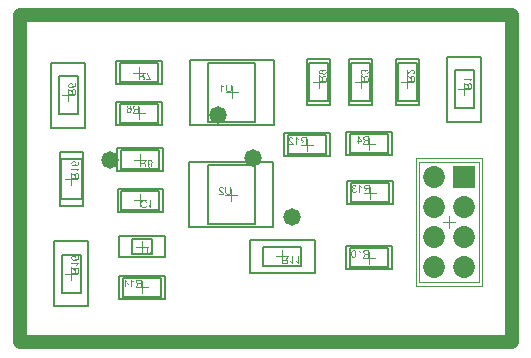
<source format=gbs>
G04*
G04 #@! TF.GenerationSoftware,Altium Limited,Altium Designer,21.5.1 (32)*
G04*
G04 Layer_Color=16711935*
%FSLAX43Y43*%
%MOMM*%
G71*
G04*
G04 #@! TF.SameCoordinates,A754A033-3592-4F6C-ACFC-670DDD80417B*
G04*
G04*
G04 #@! TF.FilePolarity,Negative*
G04*
G01*
G75*
%ADD12C,0.200*%
%ADD15C,1.200*%
%ADD16C,0.100*%
%ADD17C,0.050*%
%ADD27C,1.853*%
%ADD28R,1.853X1.853*%
%ADD29C,1.473*%
G36*
X10338Y7452D02*
X10584D01*
X10600Y7453D01*
X10619Y7454D01*
X10637Y7456D01*
X10656Y7459D01*
X10672Y7461D01*
X10672D01*
X10674Y7462D01*
X10677D01*
X10681Y7464D01*
X10691Y7467D01*
X10704Y7472D01*
X10719Y7478D01*
X10734Y7486D01*
X10750Y7496D01*
X10765Y7508D01*
X10766Y7509D01*
X10767Y7509D01*
X10770Y7512D01*
X10773Y7515D01*
X10783Y7524D01*
X10794Y7537D01*
X10806Y7553D01*
X10819Y7571D01*
X10831Y7593D01*
X10841Y7617D01*
Y7618D01*
X10842Y7619D01*
X10844Y7623D01*
X10844Y7629D01*
X10847Y7635D01*
X10849Y7643D01*
X10851Y7651D01*
X10854Y7661D01*
X10856Y7671D01*
X10858Y7683D01*
X10863Y7709D01*
X10866Y7738D01*
X10867Y7769D01*
Y7770D01*
Y7772D01*
Y7777D01*
Y7781D01*
X10866Y7788D01*
Y7795D01*
X10865Y7813D01*
X10862Y7833D01*
X10859Y7854D01*
X10855Y7877D01*
X10849Y7899D01*
Y7900D01*
X10848Y7901D01*
X10847Y7904D01*
X10846Y7908D01*
X10843Y7918D01*
X10837Y7931D01*
X10832Y7946D01*
X10824Y7961D01*
X10815Y7976D01*
X10806Y7991D01*
X10805Y7993D01*
X10801Y7998D01*
X10795Y8004D01*
X10788Y8012D01*
X10780Y8022D01*
X10770Y8031D01*
X10759Y8041D01*
X10747Y8049D01*
X10746Y8050D01*
X10742Y8053D01*
X10735Y8057D01*
X10726Y8061D01*
X10715Y8067D01*
X10702Y8072D01*
X10687Y8077D01*
X10671Y8082D01*
X10669D01*
X10666Y8083D01*
X10663Y8084D01*
X10654Y8085D01*
X10641Y8086D01*
X10626Y8088D01*
X10609Y8090D01*
X10589Y8091D01*
X10568Y8092D01*
X10338D01*
Y7452D01*
D02*
G37*
G36*
X11168Y7592D02*
X11167Y7593D01*
X11163Y7596D01*
X11157Y7602D01*
X11148Y7608D01*
X11138Y7617D01*
X11125Y7626D01*
X11110Y7636D01*
X11093Y7646D01*
X11092D01*
X11091Y7647D01*
X11086Y7651D01*
X11077Y7656D01*
X11065Y7661D01*
X11052Y7668D01*
X11039Y7674D01*
X11025Y7681D01*
X11011Y7686D01*
Y7610D01*
X11012D01*
X11014Y7608D01*
X11017Y7607D01*
X11022Y7605D01*
X11028Y7602D01*
X11034Y7598D01*
X11050Y7589D01*
X11068Y7579D01*
X11087Y7566D01*
X11106Y7551D01*
X11126Y7535D01*
X11126Y7534D01*
X11127Y7534D01*
X11130Y7531D01*
X11134Y7528D01*
X11142Y7519D01*
X11153Y7508D01*
X11164Y7495D01*
X11176Y7480D01*
X11187Y7465D01*
X11196Y7449D01*
X11247D01*
Y8092D01*
X11168D01*
Y7592D01*
D02*
G37*
G36*
X4327Y21954D02*
X4320Y21954D01*
X4312Y21953D01*
X4302Y21951D01*
X4291Y21949D01*
X4267Y21943D01*
X4242Y21934D01*
X4229Y21929D01*
X4217Y21921D01*
X4204Y21914D01*
X4192Y21904D01*
X4192Y21904D01*
X4189Y21902D01*
X4185Y21898D01*
X4180Y21893D01*
X4175Y21887D01*
X4167Y21880D01*
X4161Y21870D01*
X4154Y21860D01*
X4146Y21849D01*
X4140Y21836D01*
X4133Y21822D01*
X4127Y21807D01*
X4122Y21792D01*
X4118Y21774D01*
X4116Y21756D01*
X4115Y21736D01*
Y21728D01*
X4116Y21721D01*
X4117Y21714D01*
X4118Y21706D01*
X4118Y21696D01*
X4121Y21685D01*
X4127Y21662D01*
X4135Y21639D01*
X4141Y21627D01*
X4147Y21615D01*
X4155Y21604D01*
X4163Y21593D01*
X4164Y21592D01*
X4165Y21590D01*
X4168Y21588D01*
X4172Y21585D01*
X4177Y21580D01*
X4182Y21575D01*
X4190Y21570D01*
X4198Y21565D01*
X4206Y21560D01*
X4216Y21554D01*
X4239Y21544D01*
X4265Y21536D01*
X4278Y21533D01*
X4293Y21531D01*
X4300Y21613D01*
X4299D01*
X4297D01*
X4294Y21614D01*
X4290Y21615D01*
X4279Y21618D01*
X4266Y21622D01*
X4252Y21627D01*
X4236Y21635D01*
X4222Y21644D01*
X4209Y21655D01*
X4208Y21657D01*
X4204Y21660D01*
X4200Y21668D01*
X4194Y21678D01*
X4189Y21689D01*
X4184Y21703D01*
X4180Y21719D01*
X4180Y21736D01*
Y21742D01*
X4180Y21745D01*
X4181Y21757D01*
X4185Y21770D01*
X4190Y21785D01*
X4197Y21801D01*
X4208Y21818D01*
X4215Y21825D01*
X4222Y21832D01*
X4223Y21833D01*
X4224Y21834D01*
X4227Y21836D01*
X4229Y21839D01*
X4240Y21845D01*
X4253Y21853D01*
X4268Y21859D01*
X4288Y21866D01*
X4311Y21870D01*
X4323Y21872D01*
X4336D01*
X4337D01*
X4339D01*
X4342D01*
X4347Y21871D01*
X4352D01*
X4359Y21870D01*
X4374Y21868D01*
X4391Y21863D01*
X4409Y21856D01*
X4425Y21847D01*
X4441Y21834D01*
X4442D01*
X4443Y21832D01*
X4448Y21828D01*
X4454Y21819D01*
X4462Y21808D01*
X4468Y21794D01*
X4474Y21777D01*
X4479Y21757D01*
X4481Y21746D01*
Y21729D01*
X4480Y21721D01*
X4479Y21712D01*
X4476Y21701D01*
X4474Y21690D01*
X4469Y21678D01*
X4463Y21666D01*
X4462Y21665D01*
X4461Y21661D01*
X4456Y21656D01*
X4451Y21648D01*
X4445Y21641D01*
X4437Y21634D01*
X4428Y21625D01*
X4418Y21619D01*
X4428Y21545D01*
X4757Y21607D01*
Y21925D01*
X4682D01*
Y21669D01*
X4510Y21635D01*
X4510Y21635D01*
X4511Y21637D01*
X4513Y21640D01*
X4516Y21645D01*
X4519Y21650D01*
X4523Y21657D01*
X4530Y21672D01*
X4537Y21690D01*
X4544Y21710D01*
X4548Y21733D01*
X4550Y21744D01*
Y21764D01*
X4549Y21770D01*
X4548Y21777D01*
X4547Y21785D01*
X4546Y21794D01*
X4543Y21805D01*
X4536Y21827D01*
X4532Y21839D01*
X4525Y21851D01*
X4519Y21863D01*
X4511Y21875D01*
X4502Y21886D01*
X4492Y21897D01*
X4491Y21898D01*
X4489Y21900D01*
X4486Y21903D01*
X4482Y21906D01*
X4475Y21911D01*
X4469Y21916D01*
X4461Y21921D01*
X4451Y21927D01*
X4441Y21931D01*
X4430Y21937D01*
X4417Y21941D01*
X4404Y21946D01*
X4390Y21950D01*
X4375Y21953D01*
X4359Y21954D01*
X4342Y21955D01*
X4341D01*
X4339D01*
X4334D01*
X4327Y21954D01*
D02*
G37*
G36*
X4126Y21376D02*
X4259Y21292D01*
X4260D01*
X4262Y21290D01*
X4265Y21288D01*
X4268Y21285D01*
X4278Y21279D01*
X4291Y21270D01*
X4305Y21260D01*
X4320Y21250D01*
X4334Y21240D01*
X4347Y21230D01*
X4348Y21230D01*
X4351Y21227D01*
X4357Y21222D01*
X4364Y21216D01*
X4377Y21202D01*
X4384Y21194D01*
X4389Y21187D01*
X4390Y21186D01*
X4391Y21184D01*
X4393Y21181D01*
X4396Y21175D01*
X4399Y21169D01*
X4401Y21163D01*
X4406Y21148D01*
Y21147D01*
X4407Y21145D01*
Y21142D01*
X4408Y21137D01*
X4409Y21131D01*
Y21123D01*
X4410Y21113D01*
Y21004D01*
X4126D01*
Y20919D01*
X4766D01*
Y21216D01*
X4765Y21223D01*
Y21231D01*
X4764Y21251D01*
X4761Y21271D01*
X4758Y21293D01*
X4754Y21314D01*
X4751Y21324D01*
X4748Y21332D01*
Y21333D01*
X4747Y21334D01*
X4744Y21340D01*
X4741Y21348D01*
X4734Y21358D01*
X4726Y21369D01*
X4715Y21381D01*
X4702Y21392D01*
X4687Y21403D01*
X4686D01*
X4685Y21404D01*
X4680Y21408D01*
X4670Y21412D01*
X4658Y21417D01*
X4645Y21422D01*
X4628Y21427D01*
X4610Y21429D01*
X4591Y21430D01*
X4590D01*
X4588D01*
X4584D01*
X4580Y21429D01*
X4573D01*
X4567Y21428D01*
X4551Y21425D01*
X4533Y21419D01*
X4513Y21412D01*
X4494Y21401D01*
X4485Y21393D01*
X4475Y21386D01*
X4474Y21385D01*
X4474Y21384D01*
X4471Y21381D01*
X4468Y21378D01*
X4464Y21373D01*
X4461Y21367D01*
X4456Y21360D01*
X4450Y21353D01*
X4446Y21343D01*
X4441Y21333D01*
X4436Y21322D01*
X4431Y21310D01*
X4427Y21296D01*
X4423Y21282D01*
X4420Y21267D01*
X4417Y21250D01*
X4416Y21252D01*
X4414Y21255D01*
X4411Y21261D01*
X4407Y21268D01*
X4397Y21285D01*
X4390Y21293D01*
X4385Y21301D01*
X4383Y21303D01*
X4378Y21307D01*
X4371Y21315D01*
X4362Y21324D01*
X4349Y21334D01*
X4335Y21346D01*
X4318Y21358D01*
X4300Y21371D01*
X4126Y21481D01*
Y21376D01*
D02*
G37*
G36*
X4571Y15335D02*
X4566D01*
X4551Y15332D01*
X4533Y15330D01*
X4515Y15325D01*
X4495Y15319D01*
X4475Y15309D01*
X4474D01*
X4473Y15308D01*
X4470Y15307D01*
X4467Y15305D01*
X4458Y15299D01*
X4446Y15291D01*
X4433Y15281D01*
X4420Y15269D01*
X4407Y15254D01*
X4396Y15238D01*
Y15237D01*
X4395Y15236D01*
X4393Y15234D01*
X4392Y15230D01*
X4387Y15221D01*
X4383Y15209D01*
X4377Y15193D01*
X4373Y15175D01*
X4370Y15156D01*
X4369Y15135D01*
Y15130D01*
X4370Y15125D01*
Y15118D01*
X4371Y15110D01*
X4372Y15100D01*
X4375Y15089D01*
X4378Y15078D01*
X4382Y15065D01*
X4386Y15052D01*
X4392Y15039D01*
X4399Y15025D01*
X4408Y15013D01*
X4417Y15000D01*
X4428Y14987D01*
X4441Y14975D01*
X4442Y14974D01*
X4445Y14972D01*
X4448Y14969D01*
X4455Y14965D01*
X4463Y14960D01*
X4472Y14955D01*
X4484Y14950D01*
X4497Y14944D01*
X4513Y14938D01*
X4531Y14932D01*
X4550Y14927D01*
X4571Y14923D01*
X4595Y14918D01*
X4621Y14915D01*
X4649Y14914D01*
X4679Y14913D01*
X4679D01*
X4680D01*
X4683D01*
X4687D01*
X4696Y14914D01*
X4709D01*
X4724Y14915D01*
X4741Y14916D01*
X4761Y14918D01*
X4782Y14921D01*
X4803Y14925D01*
X4826Y14929D01*
X4849Y14935D01*
X4871Y14941D01*
X4892Y14950D01*
X4912Y14959D01*
X4932Y14969D01*
X4948Y14981D01*
X4949Y14982D01*
X4951Y14984D01*
X4955Y14988D01*
X4961Y14992D01*
X4966Y14998D01*
X4972Y15005D01*
X4979Y15014D01*
X4985Y15024D01*
X4992Y15035D01*
X4999Y15047D01*
X5005Y15061D01*
X5011Y15074D01*
X5016Y15090D01*
X5020Y15107D01*
X5022Y15124D01*
X5022Y15143D01*
Y15150D01*
X5022Y15156D01*
Y15162D01*
X5021Y15170D01*
X5017Y15187D01*
X5012Y15207D01*
X5005Y15227D01*
X4994Y15247D01*
X4987Y15258D01*
X4980Y15267D01*
X4979Y15268D01*
X4978Y15269D01*
X4975Y15271D01*
X4973Y15274D01*
X4968Y15279D01*
X4962Y15283D01*
X4949Y15293D01*
X4933Y15303D01*
X4912Y15312D01*
X4889Y15320D01*
X4863Y15326D01*
X4857Y15247D01*
X4858D01*
X4859Y15246D01*
X4864Y15246D01*
X4873Y15243D01*
X4883Y15239D01*
X4894Y15235D01*
X4905Y15230D01*
X4915Y15223D01*
X4924Y15217D01*
X4925Y15215D01*
X4929Y15211D01*
X4935Y15205D01*
X4941Y15196D01*
X4947Y15184D01*
X4952Y15171D01*
X4956Y15155D01*
X4958Y15138D01*
Y15132D01*
X4957Y15124D01*
X4955Y15116D01*
X4952Y15105D01*
X4948Y15094D01*
X4944Y15083D01*
X4936Y15072D01*
X4936Y15070D01*
X4932Y15065D01*
X4925Y15059D01*
X4916Y15050D01*
X4905Y15041D01*
X4892Y15031D01*
X4875Y15022D01*
X4857Y15013D01*
X4856D01*
X4854Y15012D01*
X4851Y15011D01*
X4848Y15009D01*
X4842Y15008D01*
X4836Y15006D01*
X4828Y15004D01*
X4819Y15002D01*
X4809Y15000D01*
X4798Y14998D01*
X4786Y14996D01*
X4773Y14995D01*
X4758Y14993D01*
X4743Y14992D01*
X4727Y14991D01*
X4710D01*
X4711Y14992D01*
X4716Y14996D01*
X4724Y15002D01*
X4733Y15011D01*
X4744Y15020D01*
X4754Y15032D01*
X4765Y15045D01*
X4774Y15060D01*
Y15061D01*
X4775Y15062D01*
X4777Y15067D01*
X4780Y15075D01*
X4785Y15087D01*
X4789Y15099D01*
X4791Y15114D01*
X4794Y15130D01*
X4795Y15147D01*
Y15154D01*
X4794Y15160D01*
X4793Y15167D01*
X4792Y15174D01*
X4790Y15184D01*
X4788Y15193D01*
X4781Y15214D01*
X4777Y15225D01*
X4770Y15236D01*
X4764Y15247D01*
X4756Y15259D01*
X4747Y15271D01*
X4737Y15281D01*
X4736Y15282D01*
X4734Y15283D01*
X4731Y15286D01*
X4727Y15289D01*
X4720Y15294D01*
X4714Y15298D01*
X4705Y15303D01*
X4696Y15308D01*
X4686Y15314D01*
X4675Y15319D01*
X4662Y15323D01*
X4649Y15328D01*
X4635Y15331D01*
X4619Y15333D01*
X4604Y15335D01*
X4587Y15336D01*
X4586D01*
X4584D01*
X4581D01*
X4577D01*
X4571Y15335D01*
D02*
G37*
G36*
X4380Y14636D02*
X4880D01*
X4879Y14635D01*
X4875Y14631D01*
X4870Y14625D01*
X4863Y14616D01*
X4855Y14606D01*
X4846Y14593D01*
X4836Y14578D01*
X4826Y14561D01*
Y14560D01*
X4825Y14560D01*
X4821Y14554D01*
X4816Y14545D01*
X4811Y14534D01*
X4804Y14521D01*
X4798Y14507D01*
X4791Y14493D01*
X4786Y14479D01*
X4862D01*
Y14480D01*
X4863Y14482D01*
X4864Y14486D01*
X4867Y14490D01*
X4870Y14496D01*
X4874Y14502D01*
X4883Y14518D01*
X4893Y14536D01*
X4906Y14555D01*
X4921Y14574D01*
X4936Y14594D01*
X4937Y14595D01*
X4938Y14596D01*
X4941Y14598D01*
X4944Y14602D01*
X4953Y14610D01*
X4964Y14621D01*
X4977Y14633D01*
X4992Y14645D01*
X5007Y14655D01*
X5022Y14664D01*
Y14715D01*
X4380D01*
Y14636D01*
D02*
G37*
G36*
Y14264D02*
X4513Y14180D01*
X4514D01*
X4516Y14178D01*
X4519Y14176D01*
X4522Y14173D01*
X4532Y14167D01*
X4545Y14158D01*
X4559Y14148D01*
X4574Y14138D01*
X4588Y14128D01*
X4601Y14118D01*
X4602Y14118D01*
X4605Y14115D01*
X4611Y14110D01*
X4617Y14104D01*
X4631Y14090D01*
X4638Y14082D01*
X4643Y14075D01*
X4644Y14074D01*
X4645Y14072D01*
X4647Y14069D01*
X4650Y14063D01*
X4653Y14057D01*
X4655Y14051D01*
X4660Y14036D01*
Y14035D01*
X4661Y14033D01*
Y14030D01*
X4662Y14025D01*
X4663Y14019D01*
Y14011D01*
X4664Y14001D01*
Y13892D01*
X4380D01*
Y13807D01*
X5020D01*
Y14104D01*
X5019Y14111D01*
Y14119D01*
X5018Y14139D01*
X5015Y14159D01*
X5012Y14181D01*
X5008Y14202D01*
X5005Y14212D01*
X5002Y14220D01*
Y14221D01*
X5001Y14222D01*
X4998Y14228D01*
X4995Y14236D01*
X4988Y14246D01*
X4980Y14257D01*
X4969Y14269D01*
X4956Y14280D01*
X4941Y14291D01*
X4940D01*
X4939Y14292D01*
X4934Y14296D01*
X4924Y14300D01*
X4912Y14305D01*
X4899Y14310D01*
X4882Y14314D01*
X4864Y14317D01*
X4845Y14318D01*
X4844D01*
X4842D01*
X4838D01*
X4834Y14317D01*
X4827D01*
X4821Y14316D01*
X4805Y14313D01*
X4787Y14307D01*
X4767Y14300D01*
X4748Y14289D01*
X4739Y14281D01*
X4729Y14274D01*
X4728Y14273D01*
X4728Y14272D01*
X4725Y14269D01*
X4722Y14266D01*
X4718Y14261D01*
X4715Y14255D01*
X4710Y14248D01*
X4704Y14241D01*
X4700Y14231D01*
X4695Y14221D01*
X4690Y14210D01*
X4685Y14198D01*
X4681Y14184D01*
X4677Y14170D01*
X4674Y14155D01*
X4671Y14138D01*
X4670Y14140D01*
X4668Y14143D01*
X4665Y14149D01*
X4661Y14156D01*
X4651Y14173D01*
X4644Y14181D01*
X4639Y14189D01*
X4637Y14191D01*
X4632Y14195D01*
X4625Y14203D01*
X4616Y14212D01*
X4603Y14222D01*
X4589Y14234D01*
X4572Y14246D01*
X4554Y14259D01*
X4380Y14369D01*
Y14264D01*
D02*
G37*
G36*
X4581Y7339D02*
X4574Y7338D01*
X4566Y7337D01*
X4556Y7335D01*
X4545Y7333D01*
X4521Y7328D01*
X4496Y7319D01*
X4483Y7313D01*
X4471Y7306D01*
X4458Y7298D01*
X4446Y7289D01*
X4446Y7288D01*
X4443Y7286D01*
X4439Y7282D01*
X4434Y7278D01*
X4429Y7271D01*
X4421Y7264D01*
X4415Y7255D01*
X4408Y7245D01*
X4400Y7233D01*
X4394Y7220D01*
X4387Y7207D01*
X4381Y7192D01*
X4376Y7176D01*
X4372Y7159D01*
X4370Y7140D01*
X4369Y7121D01*
Y7112D01*
X4370Y7106D01*
X4371Y7098D01*
X4372Y7090D01*
X4372Y7080D01*
X4375Y7070D01*
X4381Y7047D01*
X4389Y7024D01*
X4395Y7012D01*
X4401Y7000D01*
X4409Y6988D01*
X4417Y6977D01*
X4418Y6976D01*
X4419Y6975D01*
X4422Y6973D01*
X4426Y6969D01*
X4431Y6964D01*
X4436Y6960D01*
X4444Y6954D01*
X4452Y6950D01*
X4460Y6944D01*
X4470Y6939D01*
X4493Y6928D01*
X4519Y6920D01*
X4532Y6917D01*
X4547Y6915D01*
X4554Y6998D01*
X4553D01*
X4551D01*
X4548Y6999D01*
X4544Y7000D01*
X4533Y7002D01*
X4519Y7006D01*
X4506Y7012D01*
X4490Y7019D01*
X4476Y7028D01*
X4463Y7039D01*
X4462Y7041D01*
X4458Y7045D01*
X4454Y7052D01*
X4448Y7062D01*
X4443Y7073D01*
X4438Y7087D01*
X4434Y7103D01*
X4434Y7121D01*
Y7126D01*
X4434Y7130D01*
X4435Y7141D01*
X4439Y7154D01*
X4444Y7170D01*
X4451Y7185D01*
X4462Y7202D01*
X4469Y7209D01*
X4476Y7217D01*
X4477Y7218D01*
X4478Y7219D01*
X4481Y7220D01*
X4483Y7223D01*
X4494Y7230D01*
X4507Y7237D01*
X4522Y7244D01*
X4542Y7250D01*
X4565Y7255D01*
X4577Y7257D01*
X4590D01*
X4591D01*
X4593D01*
X4596D01*
X4601Y7256D01*
X4606D01*
X4613Y7255D01*
X4628Y7252D01*
X4645Y7247D01*
X4663Y7241D01*
X4679Y7232D01*
X4695Y7219D01*
X4696D01*
X4697Y7217D01*
X4702Y7212D01*
X4708Y7204D01*
X4715Y7193D01*
X4722Y7178D01*
X4728Y7161D01*
X4733Y7142D01*
X4735Y7131D01*
Y7113D01*
X4734Y7106D01*
X4733Y7097D01*
X4730Y7086D01*
X4728Y7074D01*
X4723Y7062D01*
X4717Y7050D01*
X4716Y7049D01*
X4715Y7046D01*
X4710Y7040D01*
X4705Y7033D01*
X4699Y7025D01*
X4691Y7018D01*
X4682Y7010D01*
X4672Y7003D01*
X4682Y6929D01*
X5011Y6991D01*
Y7309D01*
X4936D01*
Y7053D01*
X4764Y7019D01*
X4765Y7020D01*
X4765Y7022D01*
X4767Y7024D01*
X4770Y7029D01*
X4773Y7035D01*
X4777Y7041D01*
X4784Y7056D01*
X4791Y7074D01*
X4798Y7095D01*
X4802Y7117D01*
X4804Y7128D01*
Y7148D01*
X4803Y7154D01*
X4802Y7161D01*
X4801Y7170D01*
X4800Y7179D01*
X4797Y7189D01*
X4790Y7211D01*
X4786Y7223D01*
X4779Y7235D01*
X4773Y7247D01*
X4765Y7259D01*
X4756Y7270D01*
X4746Y7282D01*
X4745Y7282D01*
X4743Y7284D01*
X4740Y7287D01*
X4736Y7291D01*
X4729Y7295D01*
X4723Y7300D01*
X4715Y7306D01*
X4705Y7311D01*
X4695Y7316D01*
X4684Y7321D01*
X4671Y7326D01*
X4658Y7331D01*
X4644Y7334D01*
X4629Y7337D01*
X4613Y7339D01*
X4596Y7340D01*
X4595D01*
X4593D01*
X4588D01*
X4581Y7339D01*
D02*
G37*
G36*
X4380Y6635D02*
X4880D01*
X4879Y6634D01*
X4875Y6630D01*
X4870Y6624D01*
X4863Y6615D01*
X4855Y6605D01*
X4846Y6592D01*
X4836Y6577D01*
X4826Y6560D01*
Y6559D01*
X4825Y6559D01*
X4821Y6553D01*
X4816Y6544D01*
X4811Y6533D01*
X4804Y6520D01*
X4798Y6506D01*
X4791Y6492D01*
X4786Y6478D01*
X4862D01*
Y6479D01*
X4863Y6481D01*
X4864Y6485D01*
X4867Y6489D01*
X4870Y6495D01*
X4874Y6501D01*
X4883Y6517D01*
X4893Y6535D01*
X4906Y6554D01*
X4921Y6573D01*
X4936Y6593D01*
X4937Y6594D01*
X4938Y6595D01*
X4941Y6597D01*
X4944Y6601D01*
X4953Y6609D01*
X4964Y6620D01*
X4977Y6632D01*
X4992Y6644D01*
X5007Y6654D01*
X5022Y6663D01*
Y6714D01*
X4380D01*
Y6635D01*
D02*
G37*
G36*
Y6263D02*
X4513Y6179D01*
X4514D01*
X4516Y6177D01*
X4519Y6175D01*
X4522Y6172D01*
X4532Y6166D01*
X4545Y6157D01*
X4559Y6147D01*
X4574Y6137D01*
X4588Y6127D01*
X4601Y6117D01*
X4602Y6117D01*
X4605Y6114D01*
X4611Y6109D01*
X4617Y6103D01*
X4631Y6089D01*
X4638Y6081D01*
X4643Y6074D01*
X4644Y6073D01*
X4645Y6071D01*
X4647Y6068D01*
X4650Y6062D01*
X4653Y6056D01*
X4655Y6050D01*
X4660Y6035D01*
Y6034D01*
X4661Y6032D01*
Y6029D01*
X4662Y6024D01*
X4663Y6018D01*
Y6010D01*
X4664Y6000D01*
Y5891D01*
X4380D01*
Y5806D01*
X5020D01*
Y6103D01*
X5019Y6110D01*
Y6118D01*
X5018Y6138D01*
X5015Y6158D01*
X5012Y6180D01*
X5008Y6201D01*
X5005Y6211D01*
X5002Y6219D01*
Y6220D01*
X5001Y6221D01*
X4998Y6227D01*
X4995Y6235D01*
X4988Y6245D01*
X4980Y6256D01*
X4969Y6268D01*
X4956Y6279D01*
X4941Y6290D01*
X4940D01*
X4939Y6291D01*
X4934Y6295D01*
X4924Y6299D01*
X4912Y6304D01*
X4899Y6309D01*
X4882Y6313D01*
X4864Y6316D01*
X4845Y6317D01*
X4844D01*
X4842D01*
X4838D01*
X4834Y6316D01*
X4827D01*
X4821Y6315D01*
X4805Y6312D01*
X4787Y6306D01*
X4767Y6299D01*
X4748Y6288D01*
X4739Y6280D01*
X4729Y6273D01*
X4728Y6272D01*
X4728Y6271D01*
X4725Y6268D01*
X4722Y6265D01*
X4718Y6260D01*
X4715Y6254D01*
X4710Y6247D01*
X4704Y6240D01*
X4700Y6230D01*
X4695Y6220D01*
X4690Y6209D01*
X4685Y6197D01*
X4681Y6183D01*
X4677Y6169D01*
X4674Y6154D01*
X4671Y6137D01*
X4670Y6139D01*
X4668Y6142D01*
X4665Y6148D01*
X4661Y6155D01*
X4651Y6172D01*
X4644Y6180D01*
X4639Y6188D01*
X4637Y6190D01*
X4632Y6194D01*
X4625Y6202D01*
X4616Y6211D01*
X4603Y6221D01*
X4589Y6233D01*
X4572Y6245D01*
X4554Y6258D01*
X4380Y6368D01*
Y6263D01*
D02*
G37*
G36*
X17404Y12767D02*
Y12766D01*
Y12763D01*
Y12758D01*
Y12751D01*
X17405Y12743D01*
Y12734D01*
X17406Y12723D01*
X17407Y12712D01*
X17410Y12687D01*
X17413Y12661D01*
X17419Y12636D01*
X17423Y12624D01*
X17426Y12613D01*
Y12612D01*
X17427Y12610D01*
X17429Y12607D01*
X17431Y12604D01*
X17436Y12593D01*
X17445Y12580D01*
X17456Y12566D01*
X17469Y12551D01*
X17485Y12535D01*
X17506Y12521D01*
X17507D01*
X17509Y12519D01*
X17511Y12518D01*
X17516Y12516D01*
X17521Y12513D01*
X17529Y12510D01*
X17536Y12507D01*
X17546Y12504D01*
X17556Y12500D01*
X17567Y12497D01*
X17579Y12494D01*
X17593Y12492D01*
X17607Y12490D01*
X17621Y12488D01*
X17655Y12486D01*
X17663D01*
X17669Y12487D01*
X17677D01*
X17686Y12488D01*
X17696Y12489D01*
X17706Y12490D01*
X17729Y12494D01*
X17754Y12499D01*
X17778Y12506D01*
X17802Y12517D01*
X17803D01*
X17804Y12518D01*
X17807Y12520D01*
X17811Y12522D01*
X17821Y12530D01*
X17833Y12540D01*
X17847Y12553D01*
X17860Y12567D01*
X17873Y12586D01*
X17883Y12606D01*
Y12607D01*
X17884Y12609D01*
X17885Y12613D01*
X17887Y12617D01*
X17889Y12623D01*
X17890Y12630D01*
X17893Y12639D01*
X17895Y12649D01*
X17897Y12660D01*
X17900Y12672D01*
X17901Y12685D01*
X17903Y12699D01*
X17905Y12714D01*
X17906Y12731D01*
X17907Y12749D01*
Y12767D01*
Y13137D01*
X17822D01*
Y12767D01*
Y12766D01*
Y12763D01*
Y12759D01*
Y12753D01*
X17821Y12747D01*
Y12739D01*
X17820Y12721D01*
X17818Y12701D01*
X17815Y12680D01*
X17812Y12661D01*
X17810Y12653D01*
X17807Y12644D01*
X17806Y12642D01*
X17804Y12638D01*
X17800Y12631D01*
X17794Y12622D01*
X17788Y12613D01*
X17778Y12603D01*
X17767Y12592D01*
X17754Y12584D01*
X17753Y12583D01*
X17748Y12580D01*
X17740Y12578D01*
X17729Y12574D01*
X17716Y12569D01*
X17699Y12567D01*
X17681Y12564D01*
X17662Y12563D01*
X17653D01*
X17647Y12564D01*
X17639D01*
X17631Y12565D01*
X17610Y12568D01*
X17588Y12573D01*
X17567Y12580D01*
X17546Y12591D01*
X17537Y12597D01*
X17529Y12604D01*
X17528Y12605D01*
X17527Y12606D01*
X17525Y12609D01*
X17522Y12613D01*
X17520Y12618D01*
X17516Y12624D01*
X17512Y12632D01*
X17509Y12641D01*
X17505Y12651D01*
X17502Y12663D01*
X17498Y12677D01*
X17496Y12691D01*
X17493Y12708D01*
X17491Y12726D01*
X17489Y12746D01*
Y12767D01*
Y13137D01*
X17404D01*
Y12767D01*
D02*
G37*
G36*
X17068Y13139D02*
X17060Y13138D01*
X17051Y13137D01*
X17041Y13135D01*
X17031Y13133D01*
X17006Y13127D01*
X16982Y13118D01*
X16970Y13112D01*
X16958Y13106D01*
X16947Y13097D01*
X16937Y13088D01*
X16936Y13087D01*
X16934Y13086D01*
X16933Y13082D01*
X16929Y13079D01*
X16924Y13074D01*
X16920Y13068D01*
X16915Y13061D01*
X16909Y13053D01*
X16900Y13035D01*
X16891Y13013D01*
X16887Y13002D01*
X16885Y12989D01*
X16884Y12976D01*
X16883Y12962D01*
Y12960D01*
Y12956D01*
X16884Y12948D01*
X16884Y12938D01*
X16886Y12927D01*
X16890Y12914D01*
X16894Y12900D01*
X16899Y12886D01*
X16900Y12885D01*
X16902Y12880D01*
X16906Y12873D01*
X16911Y12862D01*
X16919Y12851D01*
X16928Y12837D01*
X16939Y12824D01*
X16952Y12808D01*
X16954Y12806D01*
X16958Y12800D01*
X16963Y12796D01*
X16968Y12791D01*
X16973Y12786D01*
X16981Y12778D01*
X16988Y12771D01*
X16997Y12763D01*
X17006Y12753D01*
X17018Y12743D01*
X17030Y12733D01*
X17043Y12721D01*
X17057Y12709D01*
X17072Y12696D01*
X17073Y12695D01*
X17075Y12693D01*
X17079Y12690D01*
X17083Y12687D01*
X17089Y12681D01*
X17095Y12676D01*
X17110Y12664D01*
X17126Y12650D01*
X17141Y12636D01*
X17153Y12624D01*
X17159Y12619D01*
X17164Y12615D01*
X17165Y12614D01*
X17167Y12611D01*
X17171Y12607D01*
X17176Y12602D01*
X17180Y12595D01*
X17186Y12589D01*
X17197Y12573D01*
X16882D01*
Y12497D01*
X17306D01*
Y12498D01*
Y12502D01*
Y12507D01*
X17305Y12515D01*
X17304Y12523D01*
X17302Y12532D01*
X17301Y12542D01*
X17297Y12552D01*
Y12553D01*
X17296Y12554D01*
X17294Y12559D01*
X17290Y12567D01*
X17285Y12579D01*
X17277Y12592D01*
X17268Y12606D01*
X17258Y12621D01*
X17245Y12637D01*
Y12638D01*
X17243Y12639D01*
X17239Y12644D01*
X17230Y12653D01*
X17218Y12665D01*
X17204Y12678D01*
X17187Y12695D01*
X17166Y12714D01*
X17142Y12733D01*
X17141Y12734D01*
X17138Y12737D01*
X17132Y12741D01*
X17126Y12747D01*
X17117Y12754D01*
X17107Y12763D01*
X17097Y12772D01*
X17085Y12782D01*
X17062Y12804D01*
X17039Y12826D01*
X17028Y12837D01*
X17018Y12849D01*
X17008Y12859D01*
X17001Y12869D01*
Y12870D01*
X16999Y12871D01*
X16997Y12874D01*
X16995Y12877D01*
X16989Y12887D01*
X16982Y12899D01*
X16975Y12914D01*
X16969Y12930D01*
X16965Y12947D01*
X16963Y12964D01*
Y12965D01*
Y12966D01*
X16964Y12972D01*
X16965Y12981D01*
X16968Y12991D01*
X16971Y13004D01*
X16978Y13017D01*
X16986Y13030D01*
X16997Y13043D01*
X16999Y13045D01*
X17004Y13048D01*
X17010Y13053D01*
X17020Y13059D01*
X17033Y13065D01*
X17048Y13070D01*
X17066Y13074D01*
X17085Y13075D01*
X17091D01*
X17094Y13074D01*
X17105Y13073D01*
X17118Y13070D01*
X17132Y13067D01*
X17148Y13060D01*
X17163Y13052D01*
X17177Y13041D01*
X17178Y13039D01*
X17182Y13034D01*
X17188Y13027D01*
X17193Y13016D01*
X17200Y13003D01*
X17205Y12986D01*
X17209Y12968D01*
X17211Y12947D01*
X17291Y12955D01*
Y12956D01*
X17290Y12959D01*
Y12963D01*
X17289Y12970D01*
X17288Y12977D01*
X17286Y12985D01*
X17283Y12996D01*
X17280Y13006D01*
X17273Y13028D01*
X17262Y13050D01*
X17255Y13061D01*
X17247Y13072D01*
X17239Y13082D01*
X17229Y13092D01*
X17228Y13093D01*
X17227Y13094D01*
X17224Y13096D01*
X17219Y13099D01*
X17214Y13103D01*
X17207Y13106D01*
X17200Y13111D01*
X17190Y13116D01*
X17180Y13120D01*
X17169Y13125D01*
X17157Y13129D01*
X17144Y13132D01*
X17130Y13135D01*
X17116Y13138D01*
X17100Y13139D01*
X17083Y13140D01*
X17074D01*
X17068Y13139D01*
D02*
G37*
G36*
X17455Y21454D02*
Y21453D01*
Y21449D01*
Y21445D01*
Y21438D01*
X17456Y21430D01*
Y21421D01*
X17457Y21410D01*
X17458Y21399D01*
X17460Y21374D01*
X17464Y21348D01*
X17470Y21323D01*
X17473Y21311D01*
X17477Y21300D01*
Y21299D01*
X17478Y21297D01*
X17480Y21294D01*
X17482Y21290D01*
X17487Y21280D01*
X17496Y21267D01*
X17507Y21252D01*
X17520Y21238D01*
X17536Y21222D01*
X17557Y21208D01*
X17557D01*
X17559Y21206D01*
X17562Y21205D01*
X17567Y21203D01*
X17572Y21200D01*
X17580Y21197D01*
X17587Y21194D01*
X17596Y21190D01*
X17606Y21187D01*
X17618Y21184D01*
X17630Y21181D01*
X17643Y21178D01*
X17657Y21177D01*
X17672Y21175D01*
X17705Y21173D01*
X17714D01*
X17720Y21174D01*
X17728D01*
X17737Y21175D01*
X17747Y21176D01*
X17757Y21177D01*
X17780Y21180D01*
X17805Y21186D01*
X17829Y21193D01*
X17852Y21203D01*
X17853D01*
X17855Y21205D01*
X17858Y21207D01*
X17862Y21209D01*
X17872Y21216D01*
X17884Y21227D01*
X17898Y21239D01*
X17911Y21254D01*
X17924Y21273D01*
X17934Y21293D01*
Y21294D01*
X17935Y21296D01*
X17936Y21300D01*
X17937Y21304D01*
X17939Y21310D01*
X17941Y21317D01*
X17944Y21325D01*
X17946Y21336D01*
X17948Y21347D01*
X17950Y21359D01*
X17952Y21372D01*
X17954Y21386D01*
X17956Y21401D01*
X17957Y21418D01*
X17958Y21435D01*
Y21454D01*
Y21824D01*
X17873D01*
Y21454D01*
Y21453D01*
Y21450D01*
Y21446D01*
Y21440D01*
X17872Y21434D01*
Y21425D01*
X17871Y21408D01*
X17869Y21387D01*
X17866Y21367D01*
X17863Y21348D01*
X17861Y21339D01*
X17858Y21331D01*
X17857Y21329D01*
X17855Y21325D01*
X17851Y21318D01*
X17845Y21309D01*
X17839Y21300D01*
X17829Y21289D01*
X17818Y21279D01*
X17805Y21271D01*
X17803Y21270D01*
X17799Y21267D01*
X17790Y21264D01*
X17779Y21261D01*
X17766Y21256D01*
X17750Y21253D01*
X17732Y21251D01*
X17713Y21250D01*
X17704D01*
X17698Y21251D01*
X17690D01*
X17681Y21252D01*
X17661Y21255D01*
X17639Y21260D01*
X17618Y21267D01*
X17597Y21277D01*
X17588Y21284D01*
X17580Y21291D01*
X17579Y21292D01*
X17578Y21293D01*
X17576Y21296D01*
X17573Y21300D01*
X17570Y21305D01*
X17567Y21311D01*
X17563Y21319D01*
X17559Y21327D01*
X17556Y21337D01*
X17553Y21350D01*
X17549Y21363D01*
X17546Y21378D01*
X17544Y21395D01*
X17542Y21412D01*
X17540Y21433D01*
Y21454D01*
Y21824D01*
X17455D01*
Y21454D01*
D02*
G37*
G36*
X17050Y21184D02*
X17128D01*
Y21684D01*
X17129Y21683D01*
X17134Y21680D01*
X17140Y21674D01*
X17149Y21668D01*
X17159Y21659D01*
X17172Y21650D01*
X17187Y21640D01*
X17203Y21630D01*
X17204D01*
X17205Y21629D01*
X17211Y21625D01*
X17220Y21620D01*
X17231Y21615D01*
X17244Y21608D01*
X17258Y21602D01*
X17272Y21595D01*
X17286Y21590D01*
Y21666D01*
X17285D01*
X17283Y21668D01*
X17279Y21668D01*
X17275Y21671D01*
X17269Y21674D01*
X17263Y21678D01*
X17247Y21687D01*
X17228Y21697D01*
X17210Y21710D01*
X17190Y21725D01*
X17171Y21741D01*
X17170Y21742D01*
X17169Y21742D01*
X17166Y21745D01*
X17163Y21748D01*
X17154Y21757D01*
X17143Y21768D01*
X17132Y21781D01*
X17120Y21796D01*
X17110Y21811D01*
X17101Y21827D01*
X17050D01*
Y21184D01*
D02*
G37*
G36*
X8898Y4889D02*
X8811D01*
Y4816D01*
X8898D01*
Y4663D01*
X8977D01*
Y4816D01*
X9255D01*
Y4889D01*
X8962Y5303D01*
X8898D01*
Y4889D01*
D02*
G37*
G36*
X9430Y4663D02*
X9508D01*
Y5163D01*
X9509Y5162D01*
X9514Y5158D01*
X9520Y5153D01*
X9529Y5146D01*
X9539Y5138D01*
X9552Y5129D01*
X9567Y5119D01*
X9583Y5109D01*
X9584D01*
X9585Y5108D01*
X9591Y5104D01*
X9600Y5099D01*
X9611Y5094D01*
X9624Y5087D01*
X9638Y5081D01*
X9652Y5074D01*
X9666Y5069D01*
Y5145D01*
X9665D01*
X9663Y5146D01*
X9659Y5147D01*
X9655Y5150D01*
X9649Y5153D01*
X9643Y5157D01*
X9627Y5166D01*
X9608Y5176D01*
X9590Y5189D01*
X9570Y5204D01*
X9551Y5220D01*
X9550Y5220D01*
X9549Y5221D01*
X9546Y5224D01*
X9543Y5227D01*
X9534Y5236D01*
X9523Y5247D01*
X9512Y5260D01*
X9500Y5275D01*
X9490Y5290D01*
X9481Y5305D01*
X9430D01*
Y4663D01*
D02*
G37*
G36*
X10034Y5302D02*
X10025D01*
X10006Y5301D01*
X9986Y5298D01*
X9963Y5295D01*
X9943Y5291D01*
X9933Y5288D01*
X9925Y5285D01*
X9924D01*
X9923Y5284D01*
X9917Y5281D01*
X9909Y5278D01*
X9899Y5271D01*
X9888Y5263D01*
X9876Y5252D01*
X9864Y5239D01*
X9853Y5224D01*
Y5223D01*
X9852Y5222D01*
X9849Y5217D01*
X9845Y5207D01*
X9839Y5195D01*
X9835Y5182D01*
X9830Y5165D01*
X9827Y5147D01*
X9827Y5128D01*
Y5127D01*
Y5125D01*
Y5122D01*
X9827Y5117D01*
Y5110D01*
X9828Y5104D01*
X9832Y5088D01*
X9838Y5070D01*
X9845Y5050D01*
X9856Y5031D01*
X9864Y5022D01*
X9871Y5012D01*
X9872Y5011D01*
X9873Y5011D01*
X9876Y5008D01*
X9879Y5005D01*
X9884Y5001D01*
X9889Y4998D01*
X9897Y4993D01*
X9904Y4987D01*
X9913Y4983D01*
X9924Y4978D01*
X9935Y4973D01*
X9947Y4968D01*
X9961Y4964D01*
X9974Y4960D01*
X9990Y4957D01*
X10007Y4954D01*
X10005Y4953D01*
X10001Y4951D01*
X9996Y4948D01*
X9988Y4944D01*
X9972Y4934D01*
X9963Y4927D01*
X9956Y4922D01*
X9954Y4920D01*
X9950Y4915D01*
X9942Y4908D01*
X9933Y4899D01*
X9923Y4886D01*
X9911Y4872D01*
X9899Y4855D01*
X9886Y4837D01*
X9776Y4663D01*
X9881D01*
X9965Y4796D01*
Y4797D01*
X9967Y4799D01*
X9969Y4802D01*
X9972Y4805D01*
X9978Y4815D01*
X9986Y4828D01*
X9997Y4842D01*
X10007Y4857D01*
X10017Y4871D01*
X10026Y4884D01*
X10027Y4885D01*
X10030Y4889D01*
X10035Y4894D01*
X10041Y4901D01*
X10055Y4914D01*
X10062Y4921D01*
X10070Y4926D01*
X10071Y4927D01*
X10072Y4928D01*
X10076Y4930D01*
X10082Y4933D01*
X10087Y4936D01*
X10094Y4938D01*
X10109Y4943D01*
X10109D01*
X10111Y4944D01*
X10115D01*
X10120Y4945D01*
X10126Y4946D01*
X10133D01*
X10144Y4947D01*
X10253D01*
Y4663D01*
X10338D01*
Y5303D01*
X10041D01*
X10034Y5302D01*
D02*
G37*
G36*
X28312Y13317D02*
X28300Y13315D01*
X28285Y13312D01*
X28269Y13307D01*
X28252Y13302D01*
X28236Y13294D01*
X28235D01*
X28234Y13294D01*
X28228Y13291D01*
X28220Y13285D01*
X28211Y13279D01*
X28199Y13270D01*
X28188Y13259D01*
X28177Y13247D01*
X28168Y13233D01*
X28167Y13232D01*
X28164Y13227D01*
X28161Y13219D01*
X28156Y13208D01*
X28151Y13196D01*
X28148Y13183D01*
X28145Y13167D01*
X28144Y13151D01*
Y13149D01*
Y13144D01*
X28145Y13136D01*
X28147Y13126D01*
X28150Y13114D01*
X28154Y13101D01*
X28160Y13088D01*
X28167Y13075D01*
X28168Y13073D01*
X28171Y13070D01*
X28176Y13063D01*
X28184Y13056D01*
X28193Y13048D01*
X28204Y13038D01*
X28217Y13030D01*
X28233Y13022D01*
X28232D01*
X28230Y13021D01*
X28227Y13020D01*
X28224Y13019D01*
X28213Y13015D01*
X28200Y13010D01*
X28186Y13002D01*
X28171Y12993D01*
X28157Y12981D01*
X28144Y12967D01*
X28143Y12965D01*
X28139Y12960D01*
X28134Y12951D01*
X28128Y12939D01*
X28123Y12924D01*
X28117Y12906D01*
X28114Y12886D01*
X28113Y12864D01*
Y12863D01*
Y12860D01*
Y12855D01*
X28114Y12850D01*
X28114Y12842D01*
X28116Y12834D01*
X28118Y12825D01*
X28120Y12815D01*
X28127Y12792D01*
X28133Y12780D01*
X28138Y12769D01*
X28146Y12757D01*
X28154Y12745D01*
X28163Y12733D01*
X28175Y12722D01*
X28175Y12721D01*
X28177Y12719D01*
X28181Y12717D01*
X28186Y12713D01*
X28191Y12708D01*
X28199Y12704D01*
X28207Y12698D01*
X28217Y12694D01*
X28227Y12688D01*
X28239Y12682D01*
X28251Y12678D01*
X28265Y12673D01*
X28280Y12669D01*
X28296Y12667D01*
X28311Y12665D01*
X28329Y12664D01*
X28337D01*
X28343Y12665D01*
X28350Y12666D01*
X28359Y12667D01*
X28368Y12669D01*
X28378Y12670D01*
X28400Y12676D01*
X28423Y12685D01*
X28435Y12691D01*
X28446Y12697D01*
X28457Y12706D01*
X28469Y12714D01*
X28469Y12715D01*
X28471Y12717D01*
X28474Y12719D01*
X28477Y12723D01*
X28481Y12728D01*
X28486Y12734D01*
X28492Y12741D01*
X28497Y12749D01*
X28503Y12758D01*
X28508Y12767D01*
X28518Y12790D01*
X28527Y12816D01*
X28530Y12829D01*
X28531Y12844D01*
X28453Y12854D01*
Y12853D01*
X28452Y12852D01*
X28451Y12848D01*
X28450Y12843D01*
X28449Y12838D01*
X28447Y12831D01*
X28443Y12817D01*
X28436Y12801D01*
X28428Y12785D01*
X28419Y12770D01*
X28408Y12757D01*
X28406Y12756D01*
X28402Y12753D01*
X28395Y12748D01*
X28385Y12743D01*
X28374Y12738D01*
X28360Y12733D01*
X28345Y12730D01*
X28328Y12729D01*
X28322D01*
X28319Y12730D01*
X28309Y12730D01*
X28296Y12733D01*
X28281Y12738D01*
X28265Y12744D01*
X28249Y12754D01*
X28235Y12767D01*
X28233Y12768D01*
X28228Y12774D01*
X28223Y12782D01*
X28215Y12793D01*
X28208Y12807D01*
X28202Y12823D01*
X28198Y12841D01*
X28196Y12862D01*
Y12863D01*
Y12865D01*
Y12867D01*
X28197Y12871D01*
X28198Y12881D01*
X28200Y12893D01*
X28204Y12908D01*
X28211Y12923D01*
X28220Y12938D01*
X28232Y12951D01*
X28234Y12953D01*
X28238Y12957D01*
X28246Y12963D01*
X28256Y12969D01*
X28269Y12976D01*
X28285Y12981D01*
X28302Y12985D01*
X28322Y12987D01*
X28330D01*
X28336Y12986D01*
X28345Y12985D01*
X28354Y12983D01*
X28365Y12981D01*
X28377Y12978D01*
X28368Y13048D01*
X28363D01*
X28359Y13047D01*
X28347D01*
X28337Y13049D01*
X28325Y13050D01*
X28311Y13053D01*
X28296Y13058D01*
X28281Y13064D01*
X28265Y13073D01*
X28264D01*
X28263Y13073D01*
X28259Y13077D01*
X28252Y13084D01*
X28245Y13092D01*
X28237Y13104D01*
X28231Y13118D01*
X28226Y13134D01*
X28224Y13143D01*
Y13153D01*
Y13154D01*
Y13155D01*
Y13160D01*
X28226Y13168D01*
X28228Y13178D01*
X28232Y13189D01*
X28236Y13201D01*
X28244Y13213D01*
X28254Y13224D01*
X28255Y13225D01*
X28260Y13229D01*
X28266Y13233D01*
X28274Y13239D01*
X28285Y13244D01*
X28298Y13248D01*
X28313Y13252D01*
X28330Y13253D01*
X28337D01*
X28346Y13251D01*
X28357Y13249D01*
X28369Y13245D01*
X28381Y13241D01*
X28394Y13233D01*
X28406Y13224D01*
X28407Y13223D01*
X28410Y13219D01*
X28416Y13212D01*
X28422Y13203D01*
X28429Y13191D01*
X28435Y13176D01*
X28441Y13159D01*
X28445Y13138D01*
X28523Y13152D01*
Y13153D01*
X28522Y13156D01*
X28521Y13159D01*
X28520Y13165D01*
X28518Y13172D01*
X28516Y13179D01*
X28510Y13196D01*
X28501Y13217D01*
X28490Y13237D01*
X28476Y13257D01*
X28458Y13274D01*
X28457Y13275D01*
X28456Y13276D01*
X28453Y13278D01*
X28449Y13281D01*
X28445Y13284D01*
X28438Y13288D01*
X28432Y13292D01*
X28423Y13296D01*
X28405Y13304D01*
X28383Y13311D01*
X28359Y13316D01*
X28346Y13318D01*
X28322D01*
X28312Y13317D01*
D02*
G37*
G36*
X28734Y12675D02*
X28812D01*
Y13175D01*
X28813Y13174D01*
X28818Y13171D01*
X28824Y13165D01*
X28833Y13159D01*
X28843Y13150D01*
X28856Y13141D01*
X28871Y13131D01*
X28887Y13121D01*
X28888D01*
X28889Y13120D01*
X28895Y13116D01*
X28904Y13111D01*
X28915Y13106D01*
X28928Y13099D01*
X28942Y13093D01*
X28956Y13086D01*
X28970Y13081D01*
Y13157D01*
X28969D01*
X28967Y13159D01*
X28963Y13159D01*
X28959Y13162D01*
X28953Y13165D01*
X28947Y13169D01*
X28931Y13178D01*
X28912Y13188D01*
X28894Y13201D01*
X28874Y13216D01*
X28855Y13232D01*
X28854Y13233D01*
X28853Y13233D01*
X28850Y13236D01*
X28847Y13239D01*
X28838Y13248D01*
X28827Y13259D01*
X28816Y13272D01*
X28804Y13287D01*
X28794Y13302D01*
X28785Y13318D01*
X28734D01*
Y12675D01*
D02*
G37*
G36*
X29338Y13314D02*
X29329D01*
X29310Y13313D01*
X29290Y13310D01*
X29267Y13307D01*
X29247Y13303D01*
X29237Y13300D01*
X29229Y13297D01*
X29228D01*
X29227Y13296D01*
X29221Y13294D01*
X29213Y13290D01*
X29203Y13283D01*
X29192Y13275D01*
X29180Y13264D01*
X29168Y13251D01*
X29157Y13236D01*
Y13235D01*
X29156Y13234D01*
X29153Y13229D01*
X29149Y13220D01*
X29143Y13208D01*
X29139Y13194D01*
X29134Y13177D01*
X29131Y13159D01*
X29131Y13140D01*
Y13139D01*
Y13137D01*
Y13134D01*
X29131Y13129D01*
Y13123D01*
X29132Y13116D01*
X29136Y13100D01*
X29142Y13082D01*
X29149Y13062D01*
X29160Y13043D01*
X29168Y13034D01*
X29175Y13024D01*
X29176Y13024D01*
X29177Y13023D01*
X29180Y13020D01*
X29183Y13017D01*
X29188Y13013D01*
X29193Y13010D01*
X29201Y13005D01*
X29208Y13000D01*
X29217Y12995D01*
X29228Y12990D01*
X29239Y12985D01*
X29251Y12980D01*
X29265Y12976D01*
X29278Y12972D01*
X29294Y12969D01*
X29311Y12966D01*
X29309Y12965D01*
X29305Y12963D01*
X29300Y12960D01*
X29292Y12956D01*
X29276Y12946D01*
X29267Y12939D01*
X29260Y12934D01*
X29258Y12932D01*
X29253Y12927D01*
X29246Y12920D01*
X29237Y12911D01*
X29227Y12898D01*
X29215Y12884D01*
X29203Y12867D01*
X29190Y12849D01*
X29080Y12675D01*
X29185D01*
X29269Y12808D01*
Y12809D01*
X29271Y12811D01*
X29273Y12814D01*
X29276Y12817D01*
X29282Y12828D01*
X29290Y12841D01*
X29301Y12854D01*
X29311Y12869D01*
X29321Y12883D01*
X29330Y12896D01*
X29331Y12897D01*
X29334Y12901D01*
X29339Y12906D01*
X29345Y12913D01*
X29359Y12926D01*
X29366Y12933D01*
X29374Y12939D01*
X29375Y12939D01*
X29376Y12940D01*
X29380Y12942D01*
X29386Y12945D01*
X29391Y12948D01*
X29398Y12951D01*
X29413Y12955D01*
X29413D01*
X29415Y12956D01*
X29419D01*
X29424Y12957D01*
X29430Y12958D01*
X29437D01*
X29448Y12959D01*
X29557D01*
Y12675D01*
X29642D01*
Y13315D01*
X29345D01*
X29338Y13314D01*
D02*
G37*
G36*
X22971Y17370D02*
X22963Y17369D01*
X22954Y17368D01*
X22944Y17366D01*
X22934Y17364D01*
X22910Y17358D01*
X22886Y17348D01*
X22874Y17343D01*
X22862Y17336D01*
X22851Y17328D01*
X22841Y17319D01*
X22840Y17318D01*
X22838Y17317D01*
X22836Y17313D01*
X22832Y17309D01*
X22828Y17305D01*
X22823Y17298D01*
X22818Y17292D01*
X22813Y17284D01*
X22804Y17266D01*
X22794Y17244D01*
X22791Y17233D01*
X22789Y17220D01*
X22787Y17207D01*
X22786Y17193D01*
Y17191D01*
Y17187D01*
X22787Y17179D01*
X22788Y17169D01*
X22790Y17158D01*
X22793Y17145D01*
X22797Y17131D01*
X22803Y17117D01*
X22804Y17115D01*
X22805Y17111D01*
X22809Y17103D01*
X22815Y17093D01*
X22822Y17082D01*
X22831Y17068D01*
X22842Y17054D01*
X22855Y17039D01*
X22857Y17037D01*
X22862Y17031D01*
X22866Y17027D01*
X22871Y17022D01*
X22877Y17016D01*
X22884Y17009D01*
X22891Y17002D01*
X22901Y16993D01*
X22910Y16984D01*
X22921Y16974D01*
X22933Y16964D01*
X22946Y16952D01*
X22961Y16940D01*
X22976Y16927D01*
X22976Y16926D01*
X22978Y16924D01*
X22982Y16921D01*
X22987Y16917D01*
X22992Y16912D01*
X22999Y16906D01*
X23013Y16894D01*
X23029Y16880D01*
X23044Y16867D01*
X23057Y16855D01*
X23062Y16850D01*
X23067Y16845D01*
X23068Y16844D01*
X23071Y16842D01*
X23074Y16838D01*
X23079Y16832D01*
X23084Y16826D01*
X23089Y16819D01*
X23100Y16804D01*
X22785D01*
Y16728D01*
X23209D01*
Y16729D01*
Y16733D01*
Y16738D01*
X23209Y16745D01*
X23208Y16754D01*
X23206Y16763D01*
X23204Y16772D01*
X23200Y16782D01*
Y16783D01*
X23199Y16784D01*
X23197Y16790D01*
X23194Y16798D01*
X23188Y16809D01*
X23181Y16822D01*
X23172Y16837D01*
X23161Y16852D01*
X23148Y16868D01*
Y16868D01*
X23147Y16869D01*
X23142Y16875D01*
X23134Y16883D01*
X23122Y16895D01*
X23108Y16909D01*
X23090Y16926D01*
X23069Y16944D01*
X23046Y16964D01*
X23045Y16965D01*
X23041Y16967D01*
X23036Y16972D01*
X23029Y16978D01*
X23021Y16985D01*
X23011Y16993D01*
X23000Y17003D01*
X22988Y17013D01*
X22965Y17035D01*
X22942Y17057D01*
X22931Y17068D01*
X22921Y17079D01*
X22912Y17089D01*
X22904Y17100D01*
Y17101D01*
X22902Y17101D01*
X22901Y17104D01*
X22899Y17108D01*
X22892Y17118D01*
X22885Y17130D01*
X22878Y17145D01*
X22872Y17161D01*
X22868Y17178D01*
X22866Y17195D01*
Y17196D01*
Y17197D01*
X22867Y17202D01*
X22868Y17211D01*
X22871Y17222D01*
X22875Y17235D01*
X22881Y17248D01*
X22890Y17260D01*
X22901Y17273D01*
X22902Y17275D01*
X22907Y17279D01*
X22914Y17284D01*
X22924Y17290D01*
X22937Y17296D01*
X22951Y17301D01*
X22969Y17305D01*
X22988Y17306D01*
X22994D01*
X22998Y17305D01*
X23009Y17304D01*
X23022Y17301D01*
X23036Y17297D01*
X23051Y17291D01*
X23066Y17283D01*
X23080Y17272D01*
X23082Y17270D01*
X23086Y17265D01*
X23091Y17258D01*
X23097Y17247D01*
X23103Y17234D01*
X23109Y17217D01*
X23112Y17199D01*
X23114Y17177D01*
X23195Y17186D01*
Y17187D01*
X23194Y17189D01*
Y17194D01*
X23193Y17200D01*
X23191Y17208D01*
X23189Y17216D01*
X23186Y17226D01*
X23184Y17236D01*
X23176Y17259D01*
X23165Y17281D01*
X23159Y17292D01*
X23150Y17303D01*
X23142Y17313D01*
X23133Y17322D01*
X23132Y17323D01*
X23130Y17324D01*
X23127Y17327D01*
X23123Y17330D01*
X23117Y17334D01*
X23111Y17337D01*
X23103Y17342D01*
X23094Y17346D01*
X23084Y17351D01*
X23073Y17356D01*
X23061Y17359D01*
X23048Y17363D01*
X23034Y17366D01*
X23019Y17369D01*
X23003Y17370D01*
X22987Y17370D01*
X22977D01*
X22971Y17370D01*
D02*
G37*
G36*
X23400Y16728D02*
X23478D01*
Y17228D01*
X23479Y17227D01*
X23484Y17223D01*
X23490Y17218D01*
X23499Y17211D01*
X23509Y17203D01*
X23522Y17194D01*
X23537Y17184D01*
X23553Y17174D01*
X23554D01*
X23555Y17173D01*
X23561Y17169D01*
X23570Y17164D01*
X23581Y17159D01*
X23594Y17152D01*
X23608Y17146D01*
X23622Y17139D01*
X23636Y17134D01*
Y17210D01*
X23635D01*
X23633Y17211D01*
X23629Y17212D01*
X23625Y17215D01*
X23619Y17218D01*
X23613Y17222D01*
X23597Y17231D01*
X23578Y17241D01*
X23560Y17254D01*
X23540Y17269D01*
X23521Y17285D01*
X23520Y17285D01*
X23519Y17286D01*
X23516Y17289D01*
X23513Y17292D01*
X23504Y17301D01*
X23493Y17312D01*
X23482Y17325D01*
X23470Y17340D01*
X23460Y17355D01*
X23451Y17370D01*
X23400D01*
Y16728D01*
D02*
G37*
G36*
X24004Y17367D02*
X23995D01*
X23976Y17366D01*
X23956Y17363D01*
X23933Y17360D01*
X23913Y17356D01*
X23903Y17353D01*
X23895Y17350D01*
X23894D01*
X23893Y17349D01*
X23887Y17346D01*
X23879Y17343D01*
X23869Y17336D01*
X23858Y17328D01*
X23846Y17317D01*
X23834Y17304D01*
X23823Y17289D01*
Y17288D01*
X23822Y17287D01*
X23819Y17282D01*
X23815Y17272D01*
X23809Y17260D01*
X23805Y17247D01*
X23800Y17230D01*
X23797Y17212D01*
X23797Y17193D01*
Y17192D01*
Y17190D01*
Y17187D01*
X23797Y17182D01*
Y17175D01*
X23798Y17169D01*
X23802Y17153D01*
X23808Y17135D01*
X23815Y17115D01*
X23826Y17096D01*
X23834Y17087D01*
X23841Y17077D01*
X23842Y17076D01*
X23843Y17076D01*
X23846Y17073D01*
X23849Y17070D01*
X23854Y17066D01*
X23859Y17063D01*
X23867Y17058D01*
X23874Y17052D01*
X23883Y17048D01*
X23894Y17043D01*
X23905Y17038D01*
X23917Y17033D01*
X23931Y17029D01*
X23944Y17025D01*
X23960Y17022D01*
X23977Y17019D01*
X23975Y17018D01*
X23971Y17016D01*
X23966Y17013D01*
X23958Y17009D01*
X23942Y16999D01*
X23933Y16992D01*
X23926Y16987D01*
X23924Y16985D01*
X23920Y16980D01*
X23912Y16973D01*
X23903Y16964D01*
X23893Y16951D01*
X23881Y16937D01*
X23869Y16920D01*
X23856Y16902D01*
X23746Y16728D01*
X23851D01*
X23935Y16861D01*
Y16862D01*
X23937Y16864D01*
X23939Y16867D01*
X23942Y16870D01*
X23948Y16880D01*
X23956Y16893D01*
X23967Y16907D01*
X23977Y16922D01*
X23987Y16936D01*
X23996Y16949D01*
X23997Y16950D01*
X24000Y16954D01*
X24005Y16959D01*
X24011Y16966D01*
X24025Y16979D01*
X24032Y16986D01*
X24040Y16991D01*
X24041Y16992D01*
X24042Y16993D01*
X24046Y16995D01*
X24052Y16998D01*
X24057Y17001D01*
X24064Y17003D01*
X24079Y17008D01*
X24079D01*
X24081Y17009D01*
X24085D01*
X24090Y17010D01*
X24096Y17011D01*
X24103D01*
X24114Y17012D01*
X24223D01*
Y16728D01*
X24308D01*
Y17368D01*
X24011D01*
X24004Y17367D01*
D02*
G37*
G36*
X22225Y6639D02*
X22522D01*
X22529Y6640D01*
X22537D01*
X22557Y6641D01*
X22577Y6644D01*
X22599Y6647D01*
X22620Y6651D01*
X22630Y6654D01*
X22638Y6657D01*
X22639D01*
X22640Y6658D01*
X22646Y6661D01*
X22654Y6664D01*
X22664Y6671D01*
X22675Y6679D01*
X22687Y6690D01*
X22698Y6703D01*
X22709Y6718D01*
Y6719D01*
X22710Y6720D01*
X22714Y6725D01*
X22718Y6735D01*
X22723Y6747D01*
X22728Y6760D01*
X22733Y6777D01*
X22735Y6795D01*
X22736Y6814D01*
Y6815D01*
Y6817D01*
Y6821D01*
X22735Y6825D01*
Y6832D01*
X22734Y6838D01*
X22731Y6854D01*
X22725Y6872D01*
X22718Y6892D01*
X22707Y6911D01*
X22699Y6920D01*
X22692Y6930D01*
X22691Y6931D01*
X22690Y6932D01*
X22687Y6934D01*
X22684Y6937D01*
X22679Y6941D01*
X22673Y6944D01*
X22666Y6949D01*
X22659Y6955D01*
X22649Y6959D01*
X22639Y6964D01*
X22628Y6969D01*
X22616Y6974D01*
X22602Y6978D01*
X22588Y6982D01*
X22573Y6985D01*
X22556Y6988D01*
X22558Y6989D01*
X22562Y6991D01*
X22567Y6994D01*
X22574Y6998D01*
X22591Y7008D01*
X22599Y7015D01*
X22607Y7020D01*
X22609Y7022D01*
X22613Y7027D01*
X22621Y7034D01*
X22630Y7043D01*
X22640Y7056D01*
X22652Y7070D01*
X22664Y7087D01*
X22677Y7105D01*
X22787Y7279D01*
X22682D01*
X22598Y7146D01*
Y7145D01*
X22596Y7143D01*
X22594Y7140D01*
X22591Y7137D01*
X22585Y7127D01*
X22576Y7114D01*
X22566Y7100D01*
X22556Y7085D01*
X22546Y7071D01*
X22537Y7058D01*
X22536Y7057D01*
X22533Y7054D01*
X22528Y7048D01*
X22522Y7042D01*
X22508Y7028D01*
X22501Y7021D01*
X22493Y7016D01*
X22492Y7015D01*
X22490Y7014D01*
X22487Y7012D01*
X22481Y7009D01*
X22476Y7006D01*
X22469Y7004D01*
X22454Y6999D01*
X22453D01*
X22452Y6998D01*
X22448D01*
X22443Y6997D01*
X22437Y6996D01*
X22429D01*
X22419Y6995D01*
X22310D01*
Y7279D01*
X22225D01*
Y6639D01*
D02*
G37*
G36*
X23054Y6779D02*
X23053Y6780D01*
X23049Y6784D01*
X23043Y6789D01*
X23034Y6796D01*
X23024Y6804D01*
X23011Y6813D01*
X22996Y6823D01*
X22979Y6833D01*
X22979D01*
X22978Y6834D01*
X22972Y6838D01*
X22963Y6843D01*
X22952Y6848D01*
X22939Y6855D01*
X22925Y6861D01*
X22911Y6868D01*
X22897Y6873D01*
Y6797D01*
X22898D01*
X22900Y6796D01*
X22904Y6795D01*
X22908Y6792D01*
X22914Y6789D01*
X22920Y6785D01*
X22936Y6776D01*
X22954Y6766D01*
X22973Y6753D01*
X22992Y6738D01*
X23012Y6723D01*
X23013Y6722D01*
X23014Y6721D01*
X23016Y6718D01*
X23020Y6715D01*
X23028Y6706D01*
X23040Y6695D01*
X23051Y6682D01*
X23063Y6667D01*
X23073Y6652D01*
X23082Y6637D01*
X23133D01*
Y7279D01*
X23054D01*
Y6779D01*
D02*
G37*
G36*
X23552D02*
X23551Y6780D01*
X23546Y6784D01*
X23541Y6789D01*
X23531Y6796D01*
X23521Y6804D01*
X23508Y6813D01*
X23493Y6823D01*
X23477Y6833D01*
X23476D01*
X23475Y6834D01*
X23469Y6838D01*
X23460Y6843D01*
X23449Y6848D01*
X23436Y6855D01*
X23422Y6861D01*
X23408Y6868D01*
X23395Y6873D01*
Y6797D01*
X23395D01*
X23397Y6796D01*
X23401Y6795D01*
X23406Y6792D01*
X23411Y6789D01*
X23418Y6785D01*
X23433Y6776D01*
X23452Y6766D01*
X23470Y6753D01*
X23490Y6738D01*
X23509Y6723D01*
X23510Y6722D01*
X23511Y6721D01*
X23514Y6718D01*
X23518Y6715D01*
X23526Y6706D01*
X23537Y6695D01*
X23548Y6682D01*
X23560Y6667D01*
X23570Y6652D01*
X23579Y6637D01*
X23630D01*
Y7279D01*
X23552D01*
Y6779D01*
D02*
G37*
G36*
X28683Y7163D02*
X28762D01*
Y7663D01*
X28763Y7662D01*
X28767Y7659D01*
X28773Y7653D01*
X28782Y7647D01*
X28792Y7638D01*
X28805Y7629D01*
X28820Y7619D01*
X28837Y7609D01*
X28837D01*
X28838Y7608D01*
X28844Y7604D01*
X28853Y7600D01*
X28864Y7594D01*
X28877Y7588D01*
X28891Y7581D01*
X28905Y7575D01*
X28919Y7569D01*
Y7645D01*
X28918D01*
X28916Y7647D01*
X28912Y7648D01*
X28908Y7650D01*
X28902Y7653D01*
X28896Y7657D01*
X28880Y7666D01*
X28862Y7676D01*
X28843Y7689D01*
X28824Y7704D01*
X28804Y7720D01*
X28803Y7721D01*
X28802Y7722D01*
X28800Y7724D01*
X28796Y7727D01*
X28788Y7736D01*
X28776Y7748D01*
X28765Y7760D01*
X28753Y7775D01*
X28743Y7790D01*
X28734Y7806D01*
X28683D01*
Y7163D01*
D02*
G37*
G36*
X29287Y7802D02*
X29279D01*
X29259Y7801D01*
X29239Y7798D01*
X29217Y7796D01*
X29196Y7791D01*
X29186Y7788D01*
X29178Y7785D01*
X29177D01*
X29176Y7785D01*
X29170Y7782D01*
X29162Y7778D01*
X29152Y7772D01*
X29141Y7763D01*
X29129Y7752D01*
X29118Y7739D01*
X29107Y7724D01*
Y7723D01*
X29106Y7723D01*
X29102Y7717D01*
X29098Y7708D01*
X29093Y7696D01*
X29088Y7682D01*
X29083Y7665D01*
X29081Y7648D01*
X29080Y7628D01*
Y7627D01*
Y7625D01*
Y7622D01*
X29081Y7617D01*
Y7611D01*
X29082Y7604D01*
X29085Y7589D01*
X29091Y7570D01*
X29098Y7551D01*
X29109Y7531D01*
X29117Y7522D01*
X29124Y7513D01*
X29125Y7512D01*
X29126Y7511D01*
X29129Y7508D01*
X29132Y7505D01*
X29137Y7502D01*
X29143Y7498D01*
X29150Y7493D01*
X29157Y7488D01*
X29167Y7483D01*
X29177Y7478D01*
X29188Y7473D01*
X29200Y7468D01*
X29214Y7465D01*
X29228Y7460D01*
X29243Y7457D01*
X29260Y7454D01*
X29258Y7454D01*
X29254Y7452D01*
X29249Y7448D01*
X29242Y7444D01*
X29225Y7434D01*
X29217Y7428D01*
X29209Y7422D01*
X29207Y7420D01*
X29203Y7416D01*
X29195Y7408D01*
X29186Y7399D01*
X29176Y7386D01*
X29164Y7372D01*
X29152Y7356D01*
X29139Y7337D01*
X29029Y7163D01*
X29134D01*
X29218Y7296D01*
Y7297D01*
X29220Y7299D01*
X29222Y7302D01*
X29225Y7306D01*
X29231Y7316D01*
X29240Y7329D01*
X29250Y7343D01*
X29260Y7357D01*
X29270Y7371D01*
X29279Y7384D01*
X29280Y7385D01*
X29283Y7389D01*
X29288Y7394D01*
X29294Y7401D01*
X29308Y7415D01*
X29315Y7421D01*
X29323Y7427D01*
X29324Y7428D01*
X29326Y7429D01*
X29329Y7430D01*
X29335Y7433D01*
X29340Y7436D01*
X29347Y7439D01*
X29362Y7443D01*
X29363D01*
X29365Y7444D01*
X29368D01*
X29373Y7445D01*
X29379Y7446D01*
X29387D01*
X29397Y7447D01*
X29506D01*
Y7163D01*
X29591D01*
Y7803D01*
X29294D01*
X29287Y7802D01*
D02*
G37*
G36*
X28254Y7805D02*
X28242Y7803D01*
X28228Y7800D01*
X28213Y7797D01*
X28198Y7792D01*
X28183Y7785D01*
X28182D01*
X28181Y7784D01*
X28176Y7781D01*
X28169Y7776D01*
X28160Y7770D01*
X28150Y7760D01*
X28139Y7750D01*
X28128Y7738D01*
X28118Y7724D01*
X28117Y7723D01*
X28114Y7718D01*
X28110Y7710D01*
X28103Y7698D01*
X28098Y7684D01*
X28090Y7668D01*
X28084Y7650D01*
X28078Y7629D01*
Y7628D01*
X28078Y7626D01*
X28077Y7624D01*
X28076Y7619D01*
X28075Y7613D01*
X28074Y7607D01*
X28072Y7599D01*
X28071Y7589D01*
X28069Y7579D01*
X28068Y7568D01*
X28067Y7555D01*
X28065Y7542D01*
X28065Y7527D01*
Y7513D01*
X28064Y7496D01*
Y7478D01*
Y7478D01*
Y7474D01*
Y7467D01*
Y7460D01*
X28065Y7450D01*
Y7439D01*
X28065Y7427D01*
X28066Y7414D01*
X28069Y7384D01*
X28074Y7354D01*
X28079Y7324D01*
X28083Y7310D01*
X28088Y7296D01*
Y7295D01*
X28089Y7294D01*
X28090Y7290D01*
X28092Y7285D01*
X28094Y7279D01*
X28098Y7272D01*
X28105Y7257D01*
X28114Y7240D01*
X28127Y7221D01*
X28140Y7205D01*
X28157Y7189D01*
X28158D01*
X28159Y7187D01*
X28162Y7185D01*
X28165Y7184D01*
X28170Y7181D01*
X28175Y7177D01*
X28188Y7171D01*
X28205Y7164D01*
X28225Y7158D01*
X28248Y7154D01*
X28273Y7152D01*
X28282D01*
X28288Y7153D01*
X28296Y7154D01*
X28305Y7156D01*
X28315Y7158D01*
X28326Y7160D01*
X28337Y7164D01*
X28349Y7168D01*
X28361Y7173D01*
X28373Y7180D01*
X28385Y7187D01*
X28397Y7196D01*
X28409Y7207D01*
X28419Y7218D01*
X28420Y7219D01*
X28421Y7221D01*
X28424Y7226D01*
X28429Y7233D01*
X28433Y7242D01*
X28438Y7253D01*
X28445Y7266D01*
X28450Y7281D01*
X28456Y7297D01*
X28461Y7317D01*
X28467Y7338D01*
X28471Y7362D01*
X28476Y7388D01*
X28479Y7416D01*
X28481Y7446D01*
X28482Y7478D01*
Y7479D01*
Y7483D01*
Y7490D01*
Y7497D01*
X28481Y7507D01*
Y7518D01*
X28480Y7530D01*
X28479Y7544D01*
X28476Y7573D01*
X28471Y7603D01*
X28466Y7634D01*
X28462Y7648D01*
X28458Y7662D01*
Y7662D01*
X28458Y7664D01*
X28456Y7668D01*
X28454Y7673D01*
X28452Y7679D01*
X28448Y7686D01*
X28441Y7701D01*
X28432Y7718D01*
X28420Y7736D01*
X28406Y7753D01*
X28389Y7768D01*
X28388D01*
X28387Y7770D01*
X28384Y7772D01*
X28381Y7773D01*
X28376Y7777D01*
X28371Y7780D01*
X28357Y7787D01*
X28340Y7794D01*
X28321Y7800D01*
X28298Y7804D01*
X28273Y7806D01*
X28264D01*
X28254Y7805D01*
D02*
G37*
G36*
X25637Y23094D02*
X25625D01*
X25611Y23093D01*
X25597Y23091D01*
X25566Y23088D01*
X25533Y23084D01*
X25501Y23077D01*
X25486Y23072D01*
X25472Y23068D01*
X25471D01*
X25469Y23067D01*
X25465Y23065D01*
X25460Y23063D01*
X25454Y23060D01*
X25447Y23057D01*
X25431Y23048D01*
X25413Y23036D01*
X25395Y23023D01*
X25377Y23007D01*
X25362Y22988D01*
Y22987D01*
X25360Y22986D01*
X25358Y22983D01*
X25356Y22979D01*
X25353Y22974D01*
X25350Y22968D01*
X25346Y22961D01*
X25343Y22953D01*
X25336Y22936D01*
X25329Y22914D01*
X25326Y22891D01*
X25324Y22865D01*
Y22858D01*
X25325Y22853D01*
Y22847D01*
X25326Y22839D01*
X25329Y22822D01*
X25334Y22802D01*
X25341Y22782D01*
X25352Y22762D01*
X25358Y22752D01*
X25365Y22742D01*
X25366Y22741D01*
X25367Y22741D01*
X25370Y22738D01*
X25373Y22735D01*
X25377Y22731D01*
X25383Y22727D01*
X25396Y22717D01*
X25413Y22708D01*
X25433Y22699D01*
X25456Y22692D01*
X25483Y22686D01*
X25489Y22762D01*
X25488D01*
X25487Y22763D01*
X25485D01*
X25481Y22764D01*
X25471Y22766D01*
X25460Y22770D01*
X25447Y22775D01*
X25434Y22781D01*
X25422Y22789D01*
X25412Y22798D01*
X25411Y22799D01*
X25408Y22802D01*
X25404Y22809D01*
X25401Y22816D01*
X25396Y22827D01*
X25392Y22839D01*
X25389Y22852D01*
X25389Y22867D01*
Y22874D01*
X25389Y22880D01*
X25390Y22888D01*
X25392Y22899D01*
X25395Y22909D01*
X25399Y22920D01*
X25404Y22930D01*
X25405Y22931D01*
X25407Y22935D01*
X25411Y22940D01*
X25416Y22946D01*
X25423Y22953D01*
X25430Y22961D01*
X25438Y22968D01*
X25449Y22975D01*
X25450Y22976D01*
X25454Y22978D01*
X25461Y22982D01*
X25469Y22986D01*
X25480Y22990D01*
X25493Y22995D01*
X25508Y22999D01*
X25524Y23004D01*
X25525D01*
X25526Y23005D01*
X25529D01*
X25533Y23006D01*
X25542Y23008D01*
X25554Y23011D01*
X25569Y23012D01*
X25585Y23014D01*
X25602Y23015D01*
X25621Y23016D01*
X25622D01*
X25624D01*
X25629D01*
X25636D01*
X25634Y23015D01*
X25630Y23011D01*
X25623Y23006D01*
X25614Y22999D01*
X25605Y22990D01*
X25595Y22979D01*
X25585Y22966D01*
X25575Y22951D01*
X25574Y22949D01*
X25572Y22944D01*
X25568Y22936D01*
X25564Y22925D01*
X25560Y22912D01*
X25556Y22897D01*
X25553Y22880D01*
X25552Y22863D01*
Y22855D01*
X25553Y22850D01*
X25554Y22842D01*
X25555Y22835D01*
X25557Y22826D01*
X25560Y22816D01*
X25566Y22795D01*
X25571Y22784D01*
X25576Y22773D01*
X25583Y22761D01*
X25591Y22750D01*
X25599Y22739D01*
X25609Y22729D01*
X25610Y22728D01*
X25612Y22726D01*
X25615Y22724D01*
X25620Y22720D01*
X25626Y22716D01*
X25633Y22711D01*
X25641Y22706D01*
X25650Y22702D01*
X25660Y22696D01*
X25671Y22692D01*
X25684Y22687D01*
X25697Y22682D01*
X25712Y22679D01*
X25728Y22677D01*
X25744Y22675D01*
X25761Y22674D01*
X25762D01*
X25766D01*
X25770D01*
X25777Y22675D01*
X25785Y22676D01*
X25795Y22677D01*
X25805Y22679D01*
X25818Y22681D01*
X25842Y22688D01*
X25854Y22692D01*
X25868Y22698D01*
X25881Y22704D01*
X25893Y22713D01*
X25906Y22721D01*
X25917Y22731D01*
X25918Y22732D01*
X25920Y22734D01*
X25923Y22737D01*
X25927Y22741D01*
X25931Y22747D01*
X25937Y22754D01*
X25941Y22762D01*
X25948Y22771D01*
X25953Y22780D01*
X25958Y22791D01*
X25968Y22816D01*
X25972Y22829D01*
X25975Y22844D01*
X25977Y22859D01*
X25977Y22875D01*
Y22881D01*
X25977Y22886D01*
Y22890D01*
X25976Y22897D01*
X25973Y22913D01*
X25969Y22930D01*
X25963Y22949D01*
X25954Y22969D01*
X25943Y22988D01*
Y22989D01*
X25941Y22990D01*
X25940Y22993D01*
X25937Y22997D01*
X25929Y23006D01*
X25919Y23018D01*
X25905Y23030D01*
X25889Y23044D01*
X25869Y23056D01*
X25847Y23067D01*
X25846D01*
X25844Y23068D01*
X25841Y23070D01*
X25836Y23072D01*
X25830Y23073D01*
X25821Y23076D01*
X25812Y23078D01*
X25802Y23081D01*
X25790Y23084D01*
X25776Y23086D01*
X25761Y23088D01*
X25745Y23090D01*
X25728Y23092D01*
X25709Y23094D01*
X25689Y23095D01*
X25668D01*
X25667D01*
X25662D01*
X25656D01*
X25647D01*
X25637Y23094D01*
D02*
G37*
G36*
X25335Y22519D02*
X25468Y22435D01*
X25469D01*
X25471Y22433D01*
X25474Y22431D01*
X25477Y22428D01*
X25487Y22422D01*
X25500Y22413D01*
X25514Y22403D01*
X25529Y22393D01*
X25543Y22383D01*
X25556Y22374D01*
X25557Y22373D01*
X25560Y22370D01*
X25566Y22365D01*
X25573Y22359D01*
X25586Y22345D01*
X25593Y22337D01*
X25598Y22330D01*
X25599Y22329D01*
X25600Y22327D01*
X25602Y22324D01*
X25605Y22318D01*
X25608Y22312D01*
X25610Y22306D01*
X25615Y22291D01*
Y22290D01*
X25616Y22288D01*
Y22285D01*
X25617Y22280D01*
X25618Y22274D01*
Y22266D01*
X25619Y22256D01*
Y22147D01*
X25335D01*
Y22062D01*
X25975D01*
Y22359D01*
X25974Y22366D01*
Y22374D01*
X25973Y22394D01*
X25970Y22414D01*
X25967Y22436D01*
X25963Y22457D01*
X25960Y22467D01*
X25957Y22475D01*
Y22476D01*
X25956Y22477D01*
X25953Y22483D01*
X25950Y22491D01*
X25943Y22501D01*
X25935Y22512D01*
X25924Y22524D01*
X25911Y22535D01*
X25896Y22546D01*
X25895D01*
X25894Y22547D01*
X25889Y22551D01*
X25879Y22555D01*
X25867Y22560D01*
X25854Y22565D01*
X25837Y22569D01*
X25819Y22572D01*
X25800Y22573D01*
X25799D01*
X25797D01*
X25793D01*
X25789Y22572D01*
X25782D01*
X25776Y22571D01*
X25760Y22568D01*
X25742Y22562D01*
X25722Y22555D01*
X25703Y22544D01*
X25694Y22536D01*
X25684Y22529D01*
X25683Y22528D01*
X25683Y22527D01*
X25680Y22524D01*
X25677Y22521D01*
X25673Y22516D01*
X25670Y22510D01*
X25665Y22503D01*
X25659Y22496D01*
X25655Y22486D01*
X25650Y22476D01*
X25645Y22465D01*
X25640Y22453D01*
X25636Y22439D01*
X25632Y22425D01*
X25629Y22410D01*
X25626Y22393D01*
X25625Y22395D01*
X25623Y22398D01*
X25620Y22404D01*
X25616Y22411D01*
X25606Y22428D01*
X25599Y22436D01*
X25594Y22444D01*
X25592Y22446D01*
X25587Y22450D01*
X25580Y22458D01*
X25571Y22467D01*
X25558Y22477D01*
X25544Y22489D01*
X25527Y22501D01*
X25509Y22514D01*
X25335Y22624D01*
Y22519D01*
D02*
G37*
G36*
X10211Y14807D02*
X10508D01*
X10515Y14808D01*
X10523D01*
X10543Y14809D01*
X10563Y14812D01*
X10585Y14814D01*
X10606Y14819D01*
X10616Y14822D01*
X10624Y14825D01*
X10625D01*
X10626Y14826D01*
X10631Y14828D01*
X10640Y14832D01*
X10650Y14838D01*
X10661Y14847D01*
X10673Y14858D01*
X10684Y14871D01*
X10695Y14886D01*
Y14887D01*
X10696Y14887D01*
X10700Y14893D01*
X10704Y14902D01*
X10709Y14914D01*
X10714Y14928D01*
X10718Y14945D01*
X10721Y14962D01*
X10722Y14982D01*
Y14983D01*
Y14985D01*
Y14988D01*
X10721Y14993D01*
Y14999D01*
X10720Y15006D01*
X10717Y15022D01*
X10711Y15040D01*
X10704Y15059D01*
X10692Y15079D01*
X10685Y15088D01*
X10678Y15097D01*
X10677Y15098D01*
X10676Y15099D01*
X10673Y15102D01*
X10669Y15105D01*
X10665Y15108D01*
X10659Y15112D01*
X10652Y15117D01*
X10644Y15122D01*
X10635Y15127D01*
X10625Y15132D01*
X10614Y15137D01*
X10602Y15142D01*
X10588Y15145D01*
X10574Y15150D01*
X10558Y15153D01*
X10542Y15156D01*
X10544Y15157D01*
X10547Y15158D01*
X10553Y15162D01*
X10560Y15166D01*
X10577Y15176D01*
X10585Y15182D01*
X10593Y15188D01*
X10594Y15190D01*
X10599Y15194D01*
X10606Y15202D01*
X10616Y15211D01*
X10626Y15224D01*
X10638Y15238D01*
X10650Y15255D01*
X10663Y15273D01*
X10773Y15447D01*
X10668D01*
X10583Y15314D01*
Y15313D01*
X10582Y15311D01*
X10580Y15308D01*
X10577Y15304D01*
X10570Y15294D01*
X10562Y15281D01*
X10552Y15267D01*
X10542Y15253D01*
X10532Y15239D01*
X10522Y15226D01*
X10521Y15225D01*
X10519Y15221D01*
X10514Y15216D01*
X10508Y15209D01*
X10494Y15195D01*
X10486Y15189D01*
X10479Y15183D01*
X10478Y15182D01*
X10476Y15182D01*
X10472Y15180D01*
X10467Y15177D01*
X10461Y15174D01*
X10455Y15171D01*
X10440Y15167D01*
X10439D01*
X10437Y15166D01*
X10434D01*
X10429Y15165D01*
X10423Y15164D01*
X10415D01*
X10405Y15163D01*
X10296D01*
Y15447D01*
X10211D01*
Y14807D01*
D02*
G37*
G36*
X11017Y15457D02*
X11009Y15456D01*
X10999Y15455D01*
X10989Y15453D01*
X10978Y15451D01*
X10953Y15444D01*
X10940Y15439D01*
X10928Y15435D01*
X10915Y15428D01*
X10902Y15421D01*
X10890Y15413D01*
X10879Y15402D01*
X10878Y15402D01*
X10876Y15400D01*
X10874Y15397D01*
X10870Y15392D01*
X10866Y15387D01*
X10861Y15380D01*
X10856Y15373D01*
X10851Y15364D01*
X10845Y15354D01*
X10840Y15343D01*
X10831Y15320D01*
X10827Y15306D01*
X10825Y15292D01*
X10823Y15278D01*
X10822Y15263D01*
Y15262D01*
Y15260D01*
Y15256D01*
X10823Y15253D01*
Y15247D01*
X10824Y15241D01*
X10826Y15226D01*
X10829Y15209D01*
X10835Y15193D01*
X10843Y15175D01*
X10853Y15158D01*
Y15157D01*
X10855Y15157D01*
X10859Y15152D01*
X10866Y15145D01*
X10876Y15135D01*
X10889Y15126D01*
X10905Y15116D01*
X10923Y15108D01*
X10944Y15101D01*
X10943D01*
X10942Y15100D01*
X10939Y15099D01*
X10936Y15097D01*
X10927Y15094D01*
X10916Y15088D01*
X10904Y15081D01*
X10892Y15071D01*
X10881Y15061D01*
X10871Y15050D01*
X10870Y15048D01*
X10867Y15045D01*
X10864Y15037D01*
X10860Y15028D01*
X10855Y15016D01*
X10852Y15002D01*
X10849Y14986D01*
X10848Y14970D01*
Y14969D01*
Y14967D01*
Y14963D01*
X10849Y14958D01*
X10850Y14952D01*
X10851Y14945D01*
X10854Y14929D01*
X10860Y14911D01*
X10869Y14891D01*
X10875Y14881D01*
X10881Y14871D01*
X10889Y14862D01*
X10898Y14852D01*
X10899Y14851D01*
X10901Y14851D01*
X10903Y14848D01*
X10907Y14845D01*
X10912Y14841D01*
X10918Y14838D01*
X10925Y14833D01*
X10933Y14828D01*
X10942Y14824D01*
X10952Y14819D01*
X10963Y14815D01*
X10975Y14812D01*
X11001Y14806D01*
X11016Y14805D01*
X11031Y14804D01*
X11039D01*
X11045Y14805D01*
X11052Y14806D01*
X11060Y14807D01*
X11070Y14808D01*
X11079Y14811D01*
X11101Y14816D01*
X11123Y14825D01*
X11134Y14830D01*
X11146Y14837D01*
X11156Y14845D01*
X11166Y14853D01*
X11167Y14854D01*
X11168Y14855D01*
X11170Y14858D01*
X11174Y14862D01*
X11178Y14867D01*
X11182Y14873D01*
X11192Y14887D01*
X11201Y14904D01*
X11209Y14924D01*
X11216Y14948D01*
X11217Y14960D01*
X11218Y14973D01*
Y14973D01*
Y14974D01*
Y14980D01*
X11217Y14988D01*
X11215Y14998D01*
X11212Y15011D01*
X11207Y15024D01*
X11202Y15037D01*
X11194Y15050D01*
X11193Y15052D01*
X11189Y15056D01*
X11183Y15061D01*
X11176Y15069D01*
X11166Y15077D01*
X11154Y15085D01*
X11140Y15094D01*
X11123Y15101D01*
X11124D01*
X11126Y15102D01*
X11129Y15103D01*
X11133Y15105D01*
X11144Y15109D01*
X11157Y15116D01*
X11170Y15125D01*
X11185Y15135D01*
X11199Y15148D01*
X11212Y15163D01*
Y15164D01*
X11213Y15165D01*
X11217Y15170D01*
X11222Y15180D01*
X11228Y15192D01*
X11233Y15206D01*
X11239Y15224D01*
X11243Y15243D01*
X11244Y15265D01*
Y15266D01*
Y15268D01*
Y15273D01*
X11243Y15279D01*
X11242Y15285D01*
X11241Y15293D01*
X11239Y15303D01*
X11236Y15313D01*
X11230Y15334D01*
X11225Y15346D01*
X11219Y15357D01*
X11212Y15369D01*
X11205Y15380D01*
X11195Y15391D01*
X11185Y15402D01*
X11184Y15403D01*
X11182Y15405D01*
X11180Y15408D01*
X11175Y15411D01*
X11169Y15415D01*
X11162Y15420D01*
X11154Y15425D01*
X11145Y15430D01*
X11134Y15436D01*
X11122Y15440D01*
X11109Y15445D01*
X11097Y15450D01*
X11082Y15452D01*
X11066Y15455D01*
X11050Y15457D01*
X11033Y15458D01*
X11023D01*
X11017Y15457D01*
D02*
G37*
G36*
X10084Y22184D02*
X10381D01*
X10388Y22185D01*
X10396D01*
X10416Y22186D01*
X10436Y22189D01*
X10458Y22192D01*
X10479Y22196D01*
X10489Y22199D01*
X10497Y22202D01*
X10498D01*
X10499Y22203D01*
X10504Y22205D01*
X10513Y22209D01*
X10523Y22216D01*
X10534Y22224D01*
X10546Y22235D01*
X10557Y22248D01*
X10568Y22263D01*
Y22264D01*
X10569Y22265D01*
X10573Y22270D01*
X10577Y22279D01*
X10582Y22291D01*
X10587Y22305D01*
X10591Y22322D01*
X10594Y22339D01*
X10595Y22359D01*
Y22360D01*
Y22362D01*
Y22365D01*
X10594Y22370D01*
Y22376D01*
X10593Y22383D01*
X10590Y22399D01*
X10584Y22417D01*
X10577Y22437D01*
X10565Y22456D01*
X10558Y22465D01*
X10551Y22474D01*
X10550Y22475D01*
X10549Y22476D01*
X10546Y22479D01*
X10542Y22482D01*
X10538Y22486D01*
X10532Y22489D01*
X10525Y22494D01*
X10517Y22499D01*
X10508Y22504D01*
X10498Y22509D01*
X10487Y22514D01*
X10475Y22519D01*
X10461Y22523D01*
X10447Y22527D01*
X10431Y22530D01*
X10415Y22533D01*
X10417Y22534D01*
X10420Y22535D01*
X10426Y22539D01*
X10433Y22543D01*
X10450Y22553D01*
X10458Y22560D01*
X10466Y22565D01*
X10467Y22567D01*
X10472Y22572D01*
X10479Y22579D01*
X10489Y22588D01*
X10499Y22601D01*
X10511Y22615D01*
X10523Y22632D01*
X10536Y22650D01*
X10646Y22824D01*
X10541D01*
X10456Y22691D01*
Y22690D01*
X10455Y22688D01*
X10453Y22685D01*
X10450Y22682D01*
X10443Y22671D01*
X10435Y22658D01*
X10425Y22645D01*
X10415Y22630D01*
X10405Y22616D01*
X10395Y22603D01*
X10394Y22602D01*
X10392Y22598D01*
X10387Y22593D01*
X10381Y22586D01*
X10367Y22572D01*
X10359Y22566D01*
X10352Y22560D01*
X10351Y22560D01*
X10349Y22559D01*
X10345Y22557D01*
X10340Y22554D01*
X10334Y22551D01*
X10328Y22548D01*
X10313Y22544D01*
X10312D01*
X10310Y22543D01*
X10307D01*
X10302Y22542D01*
X10296Y22541D01*
X10288D01*
X10278Y22540D01*
X10169D01*
Y22824D01*
X10084D01*
Y22184D01*
D02*
G37*
G36*
X10791Y22823D02*
Y22820D01*
Y22817D01*
X10792Y22811D01*
Y22804D01*
X10793Y22794D01*
X10794Y22784D01*
X10795Y22773D01*
X10797Y22760D01*
X10798Y22747D01*
X10801Y22731D01*
X10804Y22716D01*
X10807Y22699D01*
X10811Y22681D01*
X10820Y22643D01*
Y22642D01*
X10821Y22638D01*
X10823Y22633D01*
X10825Y22624D01*
X10828Y22615D01*
X10832Y22604D01*
X10835Y22591D01*
X10841Y22577D01*
X10847Y22561D01*
X10852Y22546D01*
X10866Y22511D01*
X10883Y22474D01*
X10901Y22437D01*
X10902Y22436D01*
X10904Y22432D01*
X10907Y22427D01*
X10910Y22420D01*
X10915Y22412D01*
X10921Y22401D01*
X10928Y22390D01*
X10935Y22378D01*
X10953Y22351D01*
X10971Y22324D01*
X10993Y22295D01*
X11015Y22268D01*
X10701D01*
Y22192D01*
X11116D01*
Y22254D01*
X11115Y22255D01*
X11113Y22257D01*
X11109Y22261D01*
X11105Y22266D01*
X11100Y22273D01*
X11092Y22280D01*
X11085Y22290D01*
X11077Y22301D01*
X11068Y22312D01*
X11058Y22325D01*
X11048Y22339D01*
X11038Y22354D01*
X11027Y22371D01*
X11016Y22388D01*
X11005Y22408D01*
X10994Y22427D01*
X10993Y22428D01*
X10991Y22432D01*
X10988Y22437D01*
X10983Y22446D01*
X10979Y22456D01*
X10973Y22467D01*
X10967Y22480D01*
X10960Y22495D01*
X10953Y22511D01*
X10945Y22528D01*
X10937Y22547D01*
X10930Y22566D01*
X10915Y22606D01*
X10901Y22648D01*
Y22649D01*
X10900Y22652D01*
X10899Y22657D01*
X10897Y22662D01*
X10896Y22670D01*
X10894Y22679D01*
X10891Y22689D01*
X10889Y22700D01*
X10886Y22713D01*
X10884Y22727D01*
X10879Y22756D01*
X10874Y22789D01*
X10872Y22824D01*
X10791D01*
Y22823D01*
D02*
G37*
G36*
X9232Y20048D02*
X9226D01*
X9218Y20047D01*
X9201Y20043D01*
X9181Y20038D01*
X9161Y20031D01*
X9141Y20020D01*
X9131Y20013D01*
X9121Y20006D01*
X9120Y20005D01*
X9120Y20004D01*
X9117Y20001D01*
X9114Y19999D01*
X9109Y19994D01*
X9106Y19988D01*
X9095Y19976D01*
X9085Y19959D01*
X9076Y19939D01*
X9068Y19915D01*
X9062Y19890D01*
X9141Y19883D01*
Y19884D01*
X9142Y19885D01*
X9143Y19890D01*
X9145Y19899D01*
X9149Y19909D01*
X9153Y19920D01*
X9158Y19931D01*
X9165Y19941D01*
X9171Y19950D01*
X9173Y19951D01*
X9177Y19955D01*
X9183Y19961D01*
X9193Y19967D01*
X9205Y19973D01*
X9217Y19978D01*
X9233Y19982D01*
X9250Y19984D01*
X9256D01*
X9264Y19983D01*
X9272Y19981D01*
X9283Y19978D01*
X9294Y19975D01*
X9305Y19970D01*
X9316Y19963D01*
X9318Y19962D01*
X9323Y19958D01*
X9329Y19951D01*
X9338Y19942D01*
X9347Y19931D01*
X9357Y19918D01*
X9366Y19902D01*
X9376Y19883D01*
Y19882D01*
X9377Y19880D01*
X9377Y19878D01*
X9379Y19874D01*
X9380Y19868D01*
X9382Y19862D01*
X9384Y19854D01*
X9386Y19845D01*
X9389Y19835D01*
X9390Y19824D01*
X9392Y19812D01*
X9393Y19799D01*
X9395Y19784D01*
X9396Y19769D01*
X9397Y19753D01*
Y19736D01*
X9396Y19737D01*
X9392Y19743D01*
X9386Y19750D01*
X9377Y19759D01*
X9368Y19770D01*
X9356Y19780D01*
X9343Y19791D01*
X9328Y19800D01*
X9328D01*
X9327Y19801D01*
X9321Y19804D01*
X9313Y19806D01*
X9302Y19811D01*
X9289Y19815D01*
X9274Y19817D01*
X9258Y19820D01*
X9242Y19821D01*
X9234D01*
X9229Y19820D01*
X9221Y19819D01*
X9214Y19818D01*
X9205Y19817D01*
X9195Y19814D01*
X9174Y19807D01*
X9163Y19803D01*
X9152Y19796D01*
X9141Y19790D01*
X9129Y19782D01*
X9118Y19773D01*
X9107Y19763D01*
X9107Y19762D01*
X9105Y19760D01*
X9102Y19757D01*
X9099Y19753D01*
X9095Y19746D01*
X9090Y19740D01*
X9085Y19731D01*
X9080Y19722D01*
X9074Y19712D01*
X9070Y19701D01*
X9065Y19688D01*
X9060Y19675D01*
X9058Y19661D01*
X9055Y19645D01*
X9053Y19630D01*
X9052Y19613D01*
Y19612D01*
Y19610D01*
Y19608D01*
Y19603D01*
X9053Y19597D01*
Y19592D01*
X9056Y19577D01*
X9058Y19559D01*
X9063Y19541D01*
X9070Y19521D01*
X9079Y19501D01*
Y19500D01*
X9080Y19499D01*
X9082Y19497D01*
X9083Y19493D01*
X9089Y19484D01*
X9097Y19472D01*
X9107Y19459D01*
X9120Y19446D01*
X9134Y19433D01*
X9150Y19422D01*
X9151D01*
X9152Y19421D01*
X9155Y19419D01*
X9158Y19418D01*
X9168Y19413D01*
X9180Y19409D01*
X9195Y19403D01*
X9213Y19400D01*
X9232Y19396D01*
X9254Y19395D01*
X9258D01*
X9263Y19396D01*
X9270D01*
X9279Y19397D01*
X9288Y19399D01*
X9299Y19401D01*
X9310Y19404D01*
X9323Y19408D01*
X9336Y19412D01*
X9349Y19418D01*
X9363Y19425D01*
X9376Y19434D01*
X9389Y19443D01*
X9401Y19454D01*
X9414Y19467D01*
X9414Y19468D01*
X9416Y19471D01*
X9419Y19474D01*
X9423Y19481D01*
X9428Y19489D01*
X9433Y19498D01*
X9438Y19510D01*
X9444Y19523D01*
X9450Y19539D01*
X9456Y19557D01*
X9461Y19576D01*
X9465Y19597D01*
X9470Y19621D01*
X9473Y19647D01*
X9475Y19675D01*
X9475Y19705D01*
Y19706D01*
Y19706D01*
Y19709D01*
Y19713D01*
X9475Y19722D01*
Y19735D01*
X9474Y19750D01*
X9472Y19768D01*
X9470Y19787D01*
X9467Y19808D01*
X9463Y19829D01*
X9459Y19853D01*
X9453Y19875D01*
X9447Y19897D01*
X9438Y19918D01*
X9429Y19939D01*
X9419Y19958D01*
X9407Y19975D01*
X9406Y19976D01*
X9404Y19977D01*
X9401Y19981D01*
X9396Y19987D01*
X9390Y19992D01*
X9383Y19998D01*
X9374Y20005D01*
X9365Y20012D01*
X9353Y20018D01*
X9341Y20025D01*
X9328Y20031D01*
X9314Y20037D01*
X9298Y20042D01*
X9281Y20046D01*
X9264Y20048D01*
X9245Y20049D01*
X9238D01*
X9232Y20048D01*
D02*
G37*
G36*
X9780Y20045D02*
X9771D01*
X9752Y20044D01*
X9732Y20041D01*
X9709Y20038D01*
X9689Y20034D01*
X9679Y20031D01*
X9671Y20028D01*
X9670D01*
X9669Y20027D01*
X9663Y20025D01*
X9655Y20021D01*
X9645Y20014D01*
X9634Y20006D01*
X9622Y19995D01*
X9610Y19982D01*
X9599Y19967D01*
Y19966D01*
X9598Y19965D01*
X9595Y19960D01*
X9591Y19951D01*
X9585Y19939D01*
X9581Y19925D01*
X9576Y19908D01*
X9573Y19890D01*
X9573Y19871D01*
Y19870D01*
Y19868D01*
Y19865D01*
X9573Y19860D01*
Y19854D01*
X9574Y19847D01*
X9578Y19831D01*
X9584Y19813D01*
X9591Y19793D01*
X9602Y19774D01*
X9610Y19765D01*
X9617Y19756D01*
X9618Y19755D01*
X9619Y19754D01*
X9622Y19751D01*
X9625Y19748D01*
X9630Y19744D01*
X9635Y19741D01*
X9643Y19736D01*
X9650Y19731D01*
X9659Y19726D01*
X9670Y19721D01*
X9681Y19716D01*
X9693Y19711D01*
X9707Y19707D01*
X9720Y19703D01*
X9736Y19700D01*
X9753Y19697D01*
X9751Y19696D01*
X9747Y19694D01*
X9742Y19691D01*
X9734Y19687D01*
X9718Y19677D01*
X9709Y19670D01*
X9702Y19665D01*
X9700Y19663D01*
X9696Y19658D01*
X9688Y19651D01*
X9679Y19642D01*
X9669Y19629D01*
X9657Y19615D01*
X9645Y19598D01*
X9632Y19580D01*
X9522Y19406D01*
X9627D01*
X9711Y19539D01*
Y19540D01*
X9713Y19542D01*
X9715Y19545D01*
X9718Y19548D01*
X9724Y19559D01*
X9732Y19572D01*
X9743Y19585D01*
X9753Y19600D01*
X9763Y19614D01*
X9772Y19627D01*
X9773Y19628D01*
X9776Y19632D01*
X9781Y19637D01*
X9787Y19644D01*
X9801Y19657D01*
X9808Y19664D01*
X9816Y19670D01*
X9817Y19670D01*
X9818Y19671D01*
X9822Y19673D01*
X9828Y19676D01*
X9833Y19679D01*
X9840Y19682D01*
X9855Y19686D01*
X9855D01*
X9857Y19687D01*
X9861D01*
X9866Y19688D01*
X9872Y19689D01*
X9879D01*
X9890Y19690D01*
X9999D01*
Y19406D01*
X10084D01*
Y20046D01*
X9787D01*
X9780Y20045D01*
D02*
G37*
G36*
X28649Y17030D02*
X28562D01*
Y16958D01*
X28649D01*
Y16804D01*
X28727D01*
Y16958D01*
X29006D01*
Y17030D01*
X28713Y17444D01*
X28649D01*
Y17030D01*
D02*
G37*
G36*
X29287Y17443D02*
X29279D01*
X29259Y17442D01*
X29239Y17439D01*
X29217Y17437D01*
X29196Y17432D01*
X29186Y17429D01*
X29178Y17426D01*
X29177D01*
X29176Y17425D01*
X29170Y17423D01*
X29162Y17419D01*
X29152Y17412D01*
X29141Y17404D01*
X29129Y17393D01*
X29118Y17380D01*
X29107Y17365D01*
Y17364D01*
X29106Y17363D01*
X29102Y17358D01*
X29098Y17349D01*
X29093Y17337D01*
X29088Y17323D01*
X29083Y17306D01*
X29081Y17289D01*
X29080Y17269D01*
Y17268D01*
Y17266D01*
Y17263D01*
X29081Y17258D01*
Y17252D01*
X29082Y17245D01*
X29085Y17229D01*
X29091Y17211D01*
X29098Y17192D01*
X29109Y17172D01*
X29117Y17163D01*
X29124Y17154D01*
X29125Y17153D01*
X29126Y17152D01*
X29129Y17149D01*
X29132Y17146D01*
X29137Y17143D01*
X29143Y17139D01*
X29150Y17134D01*
X29157Y17129D01*
X29167Y17124D01*
X29177Y17119D01*
X29188Y17114D01*
X29200Y17109D01*
X29214Y17106D01*
X29228Y17101D01*
X29243Y17098D01*
X29260Y17095D01*
X29258Y17094D01*
X29254Y17093D01*
X29249Y17089D01*
X29242Y17085D01*
X29225Y17075D01*
X29217Y17069D01*
X29209Y17063D01*
X29207Y17061D01*
X29203Y17057D01*
X29195Y17049D01*
X29186Y17040D01*
X29176Y17027D01*
X29164Y17013D01*
X29152Y16996D01*
X29139Y16978D01*
X29029Y16804D01*
X29134D01*
X29218Y16937D01*
Y16938D01*
X29220Y16940D01*
X29222Y16943D01*
X29225Y16947D01*
X29231Y16957D01*
X29240Y16970D01*
X29250Y16983D01*
X29260Y16998D01*
X29270Y17012D01*
X29279Y17025D01*
X29280Y17026D01*
X29283Y17030D01*
X29288Y17035D01*
X29294Y17042D01*
X29308Y17056D01*
X29315Y17062D01*
X29323Y17068D01*
X29324Y17069D01*
X29326Y17069D01*
X29329Y17071D01*
X29335Y17074D01*
X29340Y17077D01*
X29347Y17080D01*
X29362Y17084D01*
X29363D01*
X29365Y17085D01*
X29368D01*
X29373Y17086D01*
X29379Y17087D01*
X29387D01*
X29397Y17088D01*
X29506D01*
Y16804D01*
X29591D01*
Y17444D01*
X29294D01*
X29287Y17443D01*
D02*
G37*
G36*
X29066Y23093D02*
X29058Y23092D01*
X29050Y23090D01*
X29041Y23088D01*
X29031Y23086D01*
X29008Y23079D01*
X28996Y23073D01*
X28985Y23068D01*
X28973Y23060D01*
X28961Y23052D01*
X28949Y23043D01*
X28938Y23032D01*
X28937Y23031D01*
X28935Y23029D01*
X28932Y23025D01*
X28929Y23021D01*
X28924Y23015D01*
X28920Y23008D01*
X28914Y22999D01*
X28909Y22989D01*
X28904Y22979D01*
X28898Y22967D01*
X28894Y22955D01*
X28889Y22941D01*
X28885Y22926D01*
X28883Y22911D01*
X28881Y22895D01*
X28880Y22877D01*
Y22869D01*
X28881Y22864D01*
X28882Y22856D01*
X28883Y22848D01*
X28884Y22839D01*
X28886Y22828D01*
X28892Y22806D01*
X28901Y22783D01*
X28907Y22771D01*
X28913Y22760D01*
X28921Y22749D01*
X28930Y22738D01*
X28931Y22737D01*
X28932Y22735D01*
X28935Y22732D01*
X28939Y22729D01*
X28944Y22725D01*
X28950Y22720D01*
X28957Y22715D01*
X28965Y22709D01*
X28974Y22704D01*
X28983Y22698D01*
X29006Y22688D01*
X29031Y22680D01*
X29045Y22677D01*
X29060Y22675D01*
X29070Y22753D01*
X29069D01*
X29067Y22754D01*
X29064Y22755D01*
X29059Y22756D01*
X29054Y22757D01*
X29047Y22759D01*
X29033Y22764D01*
X29017Y22770D01*
X29001Y22778D01*
X28986Y22788D01*
X28973Y22799D01*
X28972Y22801D01*
X28969Y22804D01*
X28964Y22812D01*
X28959Y22821D01*
X28954Y22832D01*
X28949Y22846D01*
X28945Y22862D01*
X28945Y22878D01*
Y22884D01*
X28945Y22888D01*
X28946Y22898D01*
X28949Y22911D01*
X28954Y22925D01*
X28960Y22941D01*
X28969Y22957D01*
X28982Y22972D01*
X28984Y22974D01*
X28990Y22978D01*
X28998Y22984D01*
X29009Y22991D01*
X29023Y22999D01*
X29039Y23004D01*
X29057Y23009D01*
X29078Y23011D01*
X29079D01*
X29080D01*
X29083D01*
X29087Y23010D01*
X29097Y23009D01*
X29109Y23006D01*
X29124Y23002D01*
X29139Y22996D01*
X29153Y22986D01*
X29167Y22974D01*
X29169Y22973D01*
X29173Y22968D01*
X29178Y22961D01*
X29185Y22950D01*
X29191Y22937D01*
X29197Y22922D01*
X29201Y22904D01*
X29202Y22885D01*
Y22876D01*
X29202Y22870D01*
X29201Y22862D01*
X29199Y22852D01*
X29197Y22841D01*
X29194Y22829D01*
X29263Y22839D01*
Y22843D01*
X29263Y22847D01*
Y22859D01*
X29264Y22869D01*
X29266Y22881D01*
X29269Y22895D01*
X29274Y22911D01*
X29280Y22925D01*
X29288Y22941D01*
Y22942D01*
X29289Y22943D01*
X29293Y22948D01*
X29300Y22954D01*
X29308Y22962D01*
X29320Y22969D01*
X29334Y22975D01*
X29349Y22980D01*
X29359Y22982D01*
X29369D01*
X29370D01*
X29371D01*
X29376D01*
X29384Y22980D01*
X29394Y22978D01*
X29405Y22974D01*
X29417Y22970D01*
X29429Y22962D01*
X29440Y22952D01*
X29441Y22951D01*
X29445Y22947D01*
X29449Y22940D01*
X29455Y22932D01*
X29459Y22921D01*
X29464Y22908D01*
X29468Y22893D01*
X29469Y22876D01*
Y22869D01*
X29467Y22861D01*
X29465Y22850D01*
X29461Y22838D01*
X29457Y22826D01*
X29449Y22813D01*
X29440Y22801D01*
X29439Y22800D01*
X29435Y22796D01*
X29428Y22790D01*
X29419Y22784D01*
X29407Y22778D01*
X29392Y22771D01*
X29374Y22766D01*
X29354Y22762D01*
X29368Y22683D01*
X29369D01*
X29372Y22684D01*
X29375Y22685D01*
X29381Y22686D01*
X29387Y22688D01*
X29395Y22691D01*
X29412Y22696D01*
X29433Y22705D01*
X29453Y22717D01*
X29472Y22730D01*
X29490Y22748D01*
X29491Y22749D01*
X29492Y22751D01*
X29494Y22753D01*
X29496Y22757D01*
X29500Y22762D01*
X29504Y22768D01*
X29508Y22775D01*
X29512Y22783D01*
X29520Y22802D01*
X29527Y22823D01*
X29532Y22848D01*
X29533Y22861D01*
Y22884D01*
X29533Y22894D01*
X29531Y22906D01*
X29528Y22921D01*
X29523Y22937D01*
X29518Y22954D01*
X29510Y22971D01*
Y22972D01*
X29509Y22973D01*
X29507Y22978D01*
X29501Y22986D01*
X29495Y22996D01*
X29485Y23007D01*
X29475Y23018D01*
X29463Y23029D01*
X29449Y23038D01*
X29447Y23039D01*
X29443Y23042D01*
X29435Y23046D01*
X29424Y23050D01*
X29412Y23055D01*
X29398Y23059D01*
X29383Y23061D01*
X29367Y23062D01*
X29365D01*
X29360D01*
X29352Y23061D01*
X29342Y23060D01*
X29330Y23057D01*
X29317Y23052D01*
X29304Y23047D01*
X29291Y23039D01*
X29289Y23038D01*
X29286Y23035D01*
X29279Y23030D01*
X29272Y23023D01*
X29263Y23013D01*
X29254Y23002D01*
X29246Y22989D01*
X29238Y22974D01*
Y22974D01*
X29237Y22976D01*
X29236Y22979D01*
X29235Y22983D01*
X29231Y22993D01*
X29226Y23006D01*
X29218Y23021D01*
X29209Y23035D01*
X29197Y23049D01*
X29183Y23062D01*
X29181Y23063D01*
X29176Y23067D01*
X29166Y23072D01*
X29154Y23078D01*
X29140Y23084D01*
X29122Y23089D01*
X29102Y23093D01*
X29080Y23094D01*
X29079D01*
X29076D01*
X29071D01*
X29066Y23093D01*
D02*
G37*
G36*
X28891Y22519D02*
X29024Y22435D01*
X29025D01*
X29027Y22433D01*
X29030Y22431D01*
X29033Y22428D01*
X29043Y22422D01*
X29056Y22413D01*
X29070Y22403D01*
X29085Y22393D01*
X29099Y22383D01*
X29112Y22374D01*
X29113Y22373D01*
X29116Y22370D01*
X29122Y22365D01*
X29128Y22359D01*
X29142Y22345D01*
X29149Y22337D01*
X29154Y22330D01*
X29155Y22329D01*
X29156Y22327D01*
X29158Y22324D01*
X29161Y22318D01*
X29164Y22312D01*
X29166Y22306D01*
X29171Y22291D01*
Y22290D01*
X29172Y22288D01*
Y22285D01*
X29173Y22280D01*
X29174Y22274D01*
Y22266D01*
X29175Y22256D01*
Y22147D01*
X28891D01*
Y22062D01*
X29531D01*
Y22359D01*
X29530Y22366D01*
Y22374D01*
X29529Y22394D01*
X29526Y22414D01*
X29523Y22436D01*
X29519Y22457D01*
X29516Y22467D01*
X29513Y22475D01*
Y22476D01*
X29512Y22477D01*
X29509Y22483D01*
X29506Y22491D01*
X29499Y22501D01*
X29491Y22512D01*
X29480Y22524D01*
X29467Y22535D01*
X29452Y22546D01*
X29451D01*
X29450Y22547D01*
X29445Y22551D01*
X29435Y22555D01*
X29423Y22560D01*
X29410Y22565D01*
X29393Y22569D01*
X29375Y22572D01*
X29356Y22573D01*
X29355D01*
X29353D01*
X29349D01*
X29345Y22572D01*
X29338D01*
X29332Y22571D01*
X29316Y22568D01*
X29298Y22562D01*
X29278Y22555D01*
X29259Y22544D01*
X29250Y22536D01*
X29240Y22529D01*
X29239Y22528D01*
X29239Y22527D01*
X29236Y22524D01*
X29233Y22521D01*
X29229Y22516D01*
X29226Y22510D01*
X29221Y22503D01*
X29215Y22496D01*
X29211Y22486D01*
X29206Y22476D01*
X29201Y22465D01*
X29196Y22453D01*
X29192Y22439D01*
X29188Y22425D01*
X29185Y22410D01*
X29182Y22393D01*
X29181Y22395D01*
X29179Y22398D01*
X29176Y22404D01*
X29172Y22411D01*
X29162Y22428D01*
X29155Y22436D01*
X29150Y22444D01*
X29148Y22446D01*
X29143Y22450D01*
X29136Y22458D01*
X29127Y22467D01*
X29114Y22477D01*
X29100Y22489D01*
X29083Y22501D01*
X29065Y22514D01*
X28891Y22624D01*
Y22519D01*
D02*
G37*
G36*
X32817Y22663D02*
X32818D01*
X32821D01*
X32827D01*
X32834Y22664D01*
X32843Y22665D01*
X32852Y22667D01*
X32861Y22668D01*
X32871Y22672D01*
X32872D01*
X32873Y22673D01*
X32879Y22675D01*
X32887Y22679D01*
X32898Y22684D01*
X32911Y22692D01*
X32926Y22701D01*
X32941Y22711D01*
X32956Y22724D01*
X32957D01*
X32958Y22726D01*
X32964Y22730D01*
X32972Y22739D01*
X32984Y22751D01*
X32998Y22765D01*
X33015Y22782D01*
X33033Y22803D01*
X33053Y22827D01*
X33053Y22827D01*
X33056Y22831D01*
X33061Y22837D01*
X33066Y22843D01*
X33074Y22851D01*
X33082Y22862D01*
X33091Y22872D01*
X33102Y22884D01*
X33124Y22907D01*
X33146Y22930D01*
X33157Y22941D01*
X33168Y22951D01*
X33178Y22961D01*
X33188Y22968D01*
X33189D01*
X33190Y22970D01*
X33193Y22972D01*
X33197Y22974D01*
X33207Y22980D01*
X33219Y22987D01*
X33234Y22994D01*
X33249Y23000D01*
X33267Y23004D01*
X33284Y23006D01*
X33285D01*
X33286D01*
X33291Y23005D01*
X33300Y23004D01*
X33311Y23001D01*
X33323Y22998D01*
X33336Y22991D01*
X33349Y22983D01*
X33362Y22972D01*
X33364Y22970D01*
X33368Y22965D01*
X33372Y22959D01*
X33379Y22949D01*
X33384Y22936D01*
X33390Y22921D01*
X33394Y22903D01*
X33395Y22884D01*
Y22878D01*
X33394Y22875D01*
X33393Y22864D01*
X33390Y22851D01*
X33386Y22837D01*
X33380Y22821D01*
X33372Y22806D01*
X33360Y22792D01*
X33359Y22790D01*
X33354Y22787D01*
X33347Y22781D01*
X33335Y22776D01*
X33323Y22769D01*
X33306Y22764D01*
X33287Y22760D01*
X33266Y22758D01*
X33274Y22678D01*
X33275D01*
X33278Y22679D01*
X33283D01*
X33289Y22680D01*
X33297Y22681D01*
X33305Y22683D01*
X33315Y22686D01*
X33325Y22689D01*
X33347Y22696D01*
X33370Y22707D01*
X33381Y22714D01*
X33392Y22722D01*
X33402Y22730D01*
X33411Y22740D01*
X33412Y22741D01*
X33413Y22742D01*
X33416Y22745D01*
X33419Y22750D01*
X33422Y22755D01*
X33426Y22762D01*
X33431Y22769D01*
X33435Y22778D01*
X33440Y22789D01*
X33445Y22800D01*
X33448Y22812D01*
X33452Y22825D01*
X33455Y22839D01*
X33458Y22853D01*
X33458Y22869D01*
X33459Y22886D01*
Y22895D01*
X33458Y22901D01*
X33458Y22909D01*
X33457Y22918D01*
X33455Y22928D01*
X33453Y22938D01*
X33446Y22962D01*
X33437Y22986D01*
X33432Y22999D01*
X33425Y23011D01*
X33417Y23022D01*
X33408Y23032D01*
X33407Y23033D01*
X33406Y23035D01*
X33402Y23036D01*
X33398Y23040D01*
X33394Y23045D01*
X33387Y23049D01*
X33381Y23054D01*
X33372Y23060D01*
X33355Y23069D01*
X33333Y23078D01*
X33322Y23082D01*
X33309Y23084D01*
X33296Y23085D01*
X33282Y23086D01*
X33280D01*
X33275D01*
X33268Y23085D01*
X33258Y23084D01*
X33247Y23083D01*
X33234Y23079D01*
X33220Y23075D01*
X33206Y23070D01*
X33204Y23069D01*
X33200Y23067D01*
X33192Y23063D01*
X33182Y23058D01*
X33171Y23050D01*
X33157Y23041D01*
X33143Y23030D01*
X33127Y23017D01*
X33126Y23015D01*
X33120Y23011D01*
X33115Y23006D01*
X33111Y23001D01*
X33105Y22996D01*
X33098Y22988D01*
X33090Y22981D01*
X33082Y22972D01*
X33073Y22962D01*
X33063Y22951D01*
X33053Y22939D01*
X33041Y22926D01*
X33029Y22912D01*
X33016Y22897D01*
X33015Y22896D01*
X33013Y22894D01*
X33010Y22890D01*
X33006Y22886D01*
X33001Y22880D01*
X32995Y22874D01*
X32983Y22859D01*
X32969Y22843D01*
X32955Y22828D01*
X32943Y22815D01*
X32939Y22810D01*
X32934Y22805D01*
X32933Y22804D01*
X32931Y22802D01*
X32927Y22798D01*
X32921Y22793D01*
X32915Y22789D01*
X32908Y22783D01*
X32893Y22772D01*
Y23087D01*
X32817D01*
Y22663D01*
D02*
G37*
G36*
Y22519D02*
X32950Y22435D01*
X32951D01*
X32953Y22433D01*
X32955Y22431D01*
X32959Y22428D01*
X32969Y22422D01*
X32982Y22413D01*
X32996Y22403D01*
X33011Y22393D01*
X33025Y22383D01*
X33038Y22374D01*
X33039Y22373D01*
X33042Y22370D01*
X33048Y22365D01*
X33054Y22359D01*
X33068Y22345D01*
X33075Y22337D01*
X33080Y22330D01*
X33081Y22329D01*
X33082Y22327D01*
X33084Y22324D01*
X33087Y22318D01*
X33090Y22312D01*
X33092Y22306D01*
X33097Y22291D01*
Y22290D01*
X33098Y22288D01*
Y22285D01*
X33099Y22280D01*
X33100Y22274D01*
Y22266D01*
X33101Y22256D01*
Y22147D01*
X32817D01*
Y22062D01*
X33457D01*
Y22359D01*
X33456Y22366D01*
Y22374D01*
X33455Y22394D01*
X33452Y22414D01*
X33449Y22436D01*
X33445Y22457D01*
X33442Y22467D01*
X33439Y22475D01*
Y22476D01*
X33438Y22477D01*
X33435Y22483D01*
X33432Y22491D01*
X33425Y22501D01*
X33417Y22512D01*
X33406Y22524D01*
X33393Y22535D01*
X33378Y22546D01*
X33377D01*
X33376Y22547D01*
X33371Y22551D01*
X33361Y22555D01*
X33349Y22560D01*
X33335Y22565D01*
X33319Y22569D01*
X33301Y22572D01*
X33282Y22573D01*
X33281D01*
X33279D01*
X33275D01*
X33271Y22572D01*
X33264D01*
X33258Y22571D01*
X33242Y22568D01*
X33224Y22562D01*
X33204Y22555D01*
X33185Y22544D01*
X33176Y22536D01*
X33166Y22529D01*
X33165Y22528D01*
X33164Y22527D01*
X33162Y22524D01*
X33159Y22521D01*
X33155Y22516D01*
X33151Y22510D01*
X33147Y22503D01*
X33141Y22496D01*
X33137Y22486D01*
X33132Y22476D01*
X33127Y22465D01*
X33122Y22453D01*
X33118Y22439D01*
X33114Y22425D01*
X33111Y22410D01*
X33108Y22393D01*
X33107Y22395D01*
X33105Y22398D01*
X33102Y22404D01*
X33098Y22411D01*
X33088Y22428D01*
X33081Y22436D01*
X33076Y22444D01*
X33074Y22446D01*
X33069Y22450D01*
X33062Y22458D01*
X33053Y22467D01*
X33040Y22477D01*
X33026Y22489D01*
X33009Y22501D01*
X32991Y22514D01*
X32817Y22624D01*
Y22519D01*
D02*
G37*
G36*
X37643Y22256D02*
X38143D01*
X38142Y22255D01*
X38138Y22251D01*
X38133Y22245D01*
X38126Y22236D01*
X38118Y22226D01*
X38109Y22213D01*
X38099Y22198D01*
X38088Y22181D01*
Y22180D01*
X38088Y22180D01*
X38084Y22174D01*
X38079Y22165D01*
X38074Y22154D01*
X38067Y22141D01*
X38061Y22127D01*
X38054Y22113D01*
X38049Y22099D01*
X38124D01*
Y22100D01*
X38126Y22102D01*
X38127Y22106D01*
X38130Y22110D01*
X38133Y22116D01*
X38137Y22122D01*
X38146Y22138D01*
X38156Y22156D01*
X38169Y22175D01*
X38184Y22194D01*
X38199Y22214D01*
X38200Y22215D01*
X38201Y22216D01*
X38204Y22218D01*
X38207Y22222D01*
X38216Y22230D01*
X38227Y22241D01*
X38240Y22253D01*
X38255Y22265D01*
X38270Y22275D01*
X38285Y22284D01*
Y22335D01*
X37643D01*
Y22256D01*
D02*
G37*
G36*
Y21884D02*
X37776Y21800D01*
X37777D01*
X37779Y21798D01*
X37781Y21796D01*
X37785Y21793D01*
X37795Y21787D01*
X37808Y21778D01*
X37822Y21768D01*
X37837Y21758D01*
X37851Y21748D01*
X37864Y21739D01*
X37865Y21738D01*
X37868Y21735D01*
X37874Y21730D01*
X37880Y21724D01*
X37894Y21710D01*
X37901Y21702D01*
X37906Y21695D01*
X37907Y21694D01*
X37908Y21692D01*
X37910Y21689D01*
X37913Y21683D01*
X37916Y21677D01*
X37918Y21671D01*
X37923Y21656D01*
Y21655D01*
X37924Y21653D01*
Y21650D01*
X37925Y21645D01*
X37926Y21639D01*
Y21631D01*
X37927Y21621D01*
Y21512D01*
X37643D01*
Y21427D01*
X38283D01*
Y21724D01*
X38282Y21731D01*
Y21739D01*
X38281Y21759D01*
X38278Y21779D01*
X38275Y21801D01*
X38271Y21822D01*
X38268Y21832D01*
X38265Y21840D01*
Y21841D01*
X38264Y21842D01*
X38261Y21848D01*
X38258Y21856D01*
X38251Y21866D01*
X38243Y21877D01*
X38232Y21889D01*
X38219Y21900D01*
X38204Y21911D01*
X38203D01*
X38202Y21912D01*
X38197Y21916D01*
X38187Y21920D01*
X38175Y21925D01*
X38161Y21930D01*
X38145Y21934D01*
X38127Y21937D01*
X38108Y21938D01*
X38107D01*
X38105D01*
X38101D01*
X38097Y21937D01*
X38090D01*
X38084Y21936D01*
X38068Y21933D01*
X38050Y21927D01*
X38030Y21920D01*
X38011Y21909D01*
X38002Y21901D01*
X37992Y21894D01*
X37991Y21893D01*
X37990Y21892D01*
X37988Y21889D01*
X37985Y21885D01*
X37981Y21881D01*
X37977Y21875D01*
X37973Y21868D01*
X37967Y21861D01*
X37963Y21851D01*
X37958Y21841D01*
X37953Y21830D01*
X37948Y21818D01*
X37944Y21804D01*
X37940Y21790D01*
X37937Y21775D01*
X37934Y21758D01*
X37933Y21760D01*
X37931Y21763D01*
X37928Y21769D01*
X37924Y21776D01*
X37914Y21793D01*
X37907Y21801D01*
X37902Y21809D01*
X37900Y21811D01*
X37895Y21815D01*
X37888Y21823D01*
X37879Y21832D01*
X37866Y21842D01*
X37852Y21854D01*
X37835Y21866D01*
X37817Y21879D01*
X37643Y21989D01*
Y21884D01*
D02*
G37*
G36*
X10494Y12028D02*
X10485D01*
X10475Y12027D01*
X10464Y12025D01*
X10451Y12023D01*
X10424Y12019D01*
X10397Y12011D01*
X10369Y12001D01*
X10356Y11995D01*
X10343Y11987D01*
X10342Y11986D01*
X10340Y11985D01*
X10337Y11983D01*
X10333Y11979D01*
X10327Y11975D01*
X10321Y11970D01*
X10313Y11963D01*
X10306Y11956D01*
X10299Y11948D01*
X10290Y11939D01*
X10274Y11918D01*
X10258Y11893D01*
X10244Y11865D01*
Y11864D01*
X10242Y11862D01*
X10241Y11857D01*
X10239Y11851D01*
X10237Y11844D01*
X10234Y11835D01*
X10230Y11825D01*
X10227Y11814D01*
X10225Y11802D01*
X10221Y11788D01*
X10216Y11759D01*
X10213Y11727D01*
X10211Y11693D01*
Y11692D01*
Y11689D01*
Y11683D01*
X10212Y11677D01*
Y11667D01*
X10213Y11658D01*
X10214Y11646D01*
X10215Y11634D01*
X10220Y11607D01*
X10227Y11578D01*
X10236Y11548D01*
X10249Y11520D01*
X10250Y11519D01*
X10251Y11516D01*
X10252Y11512D01*
X10256Y11507D01*
X10260Y11501D01*
X10264Y11494D01*
X10276Y11477D01*
X10292Y11458D01*
X10311Y11440D01*
X10332Y11422D01*
X10357Y11406D01*
X10358Y11405D01*
X10361Y11404D01*
X10364Y11402D01*
X10369Y11399D01*
X10376Y11397D01*
X10384Y11394D01*
X10393Y11390D01*
X10403Y11386D01*
X10414Y11383D01*
X10426Y11379D01*
X10452Y11373D01*
X10482Y11369D01*
X10512Y11367D01*
X10521D01*
X10528Y11368D01*
X10536Y11369D01*
X10546Y11370D01*
X10557Y11371D01*
X10569Y11373D01*
X10594Y11379D01*
X10621Y11387D01*
X10635Y11393D01*
X10648Y11399D01*
X10661Y11408D01*
X10674Y11416D01*
X10675Y11417D01*
X10677Y11418D01*
X10680Y11421D01*
X10685Y11425D01*
X10690Y11430D01*
X10696Y11436D01*
X10703Y11444D01*
X10710Y11451D01*
X10717Y11460D01*
X10725Y11471D01*
X10733Y11483D01*
X10741Y11495D01*
X10747Y11508D01*
X10754Y11522D01*
X10760Y11537D01*
X10766Y11554D01*
X10682Y11573D01*
Y11572D01*
X10681Y11570D01*
X10680Y11567D01*
X10678Y11562D01*
X10676Y11556D01*
X10673Y11549D01*
X10666Y11534D01*
X10656Y11518D01*
X10645Y11501D01*
X10631Y11485D01*
X10617Y11471D01*
X10615Y11470D01*
X10609Y11466D01*
X10600Y11461D01*
X10588Y11455D01*
X10572Y11449D01*
X10555Y11444D01*
X10533Y11440D01*
X10510Y11439D01*
X10503D01*
X10498Y11440D01*
X10492D01*
X10484Y11441D01*
X10467Y11444D01*
X10447Y11447D01*
X10427Y11454D01*
X10406Y11463D01*
X10386Y11475D01*
X10386D01*
X10385Y11477D01*
X10378Y11482D01*
X10370Y11489D01*
X10360Y11500D01*
X10348Y11514D01*
X10337Y11530D01*
X10326Y11549D01*
X10317Y11570D01*
Y11571D01*
X10316Y11573D01*
X10315Y11576D01*
X10314Y11581D01*
X10312Y11586D01*
X10311Y11593D01*
X10308Y11608D01*
X10304Y11627D01*
X10300Y11647D01*
X10299Y11669D01*
X10298Y11693D01*
Y11694D01*
Y11697D01*
Y11702D01*
Y11707D01*
X10299Y11714D01*
Y11722D01*
X10300Y11731D01*
X10300Y11741D01*
X10303Y11764D01*
X10308Y11788D01*
X10313Y11812D01*
X10321Y11836D01*
Y11837D01*
X10322Y11838D01*
X10324Y11841D01*
X10325Y11846D01*
X10331Y11857D01*
X10339Y11870D01*
X10349Y11885D01*
X10362Y11900D01*
X10377Y11914D01*
X10395Y11927D01*
X10396D01*
X10398Y11928D01*
X10400Y11930D01*
X10404Y11932D01*
X10409Y11934D01*
X10414Y11936D01*
X10427Y11942D01*
X10444Y11948D01*
X10462Y11952D01*
X10483Y11956D01*
X10504Y11957D01*
X10510D01*
X10516Y11956D01*
X10522D01*
X10529Y11955D01*
X10545Y11951D01*
X10565Y11947D01*
X10584Y11939D01*
X10605Y11929D01*
X10615Y11924D01*
X10624Y11916D01*
X10625Y11915D01*
X10626Y11914D01*
X10629Y11912D01*
X10632Y11909D01*
X10636Y11904D01*
X10641Y11899D01*
X10646Y11893D01*
X10651Y11886D01*
X10656Y11877D01*
X10663Y11868D01*
X10668Y11859D01*
X10674Y11848D01*
X10679Y11836D01*
X10683Y11823D01*
X10688Y11809D01*
X10692Y11794D01*
X10777Y11815D01*
Y11816D01*
X10776Y11820D01*
X10774Y11826D01*
X10771Y11833D01*
X10768Y11841D01*
X10765Y11851D01*
X10760Y11863D01*
X10754Y11875D01*
X10741Y11900D01*
X10725Y11926D01*
X10715Y11939D01*
X10705Y11952D01*
X10693Y11963D01*
X10680Y11974D01*
X10680Y11975D01*
X10678Y11977D01*
X10673Y11979D01*
X10668Y11983D01*
X10661Y11987D01*
X10654Y11992D01*
X10643Y11997D01*
X10633Y12001D01*
X10621Y12007D01*
X10608Y12011D01*
X10594Y12016D01*
X10580Y12021D01*
X10564Y12024D01*
X10547Y12026D01*
X10530Y12028D01*
X10511Y12029D01*
X10501D01*
X10494Y12028D01*
D02*
G37*
G36*
X11066Y11518D02*
X11065Y11519D01*
X11060Y11522D01*
X11055Y11528D01*
X11046Y11534D01*
X11035Y11543D01*
X11023Y11552D01*
X11008Y11562D01*
X10991Y11572D01*
X10990D01*
X10989Y11573D01*
X10984Y11577D01*
X10974Y11581D01*
X10963Y11587D01*
X10950Y11593D01*
X10937Y11600D01*
X10923Y11606D01*
X10909Y11612D01*
Y11536D01*
X10910D01*
X10912Y11534D01*
X10915Y11533D01*
X10920Y11531D01*
X10925Y11528D01*
X10932Y11524D01*
X10948Y11515D01*
X10966Y11505D01*
X10985Y11492D01*
X11004Y11477D01*
X11023Y11461D01*
X11024Y11460D01*
X11025Y11459D01*
X11028Y11457D01*
X11032Y11454D01*
X11040Y11445D01*
X11051Y11434D01*
X11062Y11421D01*
X11074Y11406D01*
X11085Y11391D01*
X11094Y11375D01*
X11145D01*
Y12018D01*
X11066D01*
Y11518D01*
D02*
G37*
%LPC*%
G36*
X10423Y8016D02*
X10574D01*
X10581Y8015D01*
X10595Y8014D01*
X10611Y8013D01*
X10627Y8012D01*
X10644Y8009D01*
X10658Y8005D01*
X10660Y8004D01*
X10664Y8003D01*
X10671Y8000D01*
X10679Y7997D01*
X10688Y7991D01*
X10697Y7986D01*
X10707Y7979D01*
X10716Y7972D01*
X10717Y7970D01*
X10721Y7966D01*
X10726Y7960D01*
X10733Y7950D01*
X10740Y7938D01*
X10748Y7925D01*
X10756Y7909D01*
X10762Y7891D01*
Y7890D01*
X10763Y7889D01*
X10764Y7886D01*
X10765Y7882D01*
X10766Y7877D01*
X10768Y7871D01*
X10770Y7865D01*
X10771Y7857D01*
X10774Y7839D01*
X10777Y7817D01*
X10779Y7793D01*
X10780Y7767D01*
Y7766D01*
Y7763D01*
Y7758D01*
X10779Y7751D01*
Y7742D01*
X10778Y7733D01*
X10777Y7722D01*
X10776Y7711D01*
X10771Y7686D01*
X10766Y7660D01*
X10758Y7636D01*
X10752Y7624D01*
X10746Y7614D01*
Y7613D01*
X10745Y7611D01*
X10743Y7608D01*
X10741Y7605D01*
X10733Y7595D01*
X10724Y7584D01*
X10712Y7572D01*
X10698Y7560D01*
X10683Y7550D01*
X10666Y7542D01*
X10664Y7541D01*
X10660Y7540D01*
X10651Y7537D01*
X10639Y7534D01*
X10624Y7533D01*
X10606Y7530D01*
X10595Y7529D01*
X10583D01*
X10571Y7528D01*
X10423D01*
Y8016D01*
D02*
G37*
G36*
X4590Y21343D02*
X4591D01*
X4592D01*
X4597Y21342D01*
X4606Y21341D01*
X4617Y21340D01*
X4628Y21335D01*
X4641Y21329D01*
X4653Y21321D01*
X4665Y21310D01*
X4666Y21308D01*
X4670Y21304D01*
X4674Y21296D01*
X4680Y21284D01*
X4685Y21270D01*
X4690Y21252D01*
X4694Y21230D01*
X4694Y21206D01*
Y21004D01*
X4483D01*
Y21194D01*
X4484Y21206D01*
X4485Y21218D01*
X4486Y21233D01*
X4487Y21248D01*
X4490Y21263D01*
X4494Y21276D01*
X4495Y21278D01*
X4497Y21281D01*
X4499Y21287D01*
X4503Y21294D01*
X4509Y21303D01*
X4515Y21311D01*
X4523Y21319D01*
X4533Y21326D01*
X4534Y21327D01*
X4537Y21329D01*
X4543Y21331D01*
X4550Y21335D01*
X4559Y21338D01*
X4568Y21341D01*
X4579Y21342D01*
X4590Y21343D01*
D02*
G37*
G36*
X4582Y15256D02*
X4583D01*
X4585D01*
X4589D01*
X4593Y15255D01*
X4599D01*
X4605Y15254D01*
X4620Y15251D01*
X4637Y15247D01*
X4654Y15241D01*
X4671Y15232D01*
X4687Y15220D01*
X4689Y15218D01*
X4693Y15213D01*
X4699Y15206D01*
X4706Y15196D01*
X4714Y15183D01*
X4719Y15168D01*
X4724Y15150D01*
X4726Y15131D01*
Y15125D01*
X4725Y15122D01*
X4724Y15112D01*
X4721Y15099D01*
X4716Y15086D01*
X4709Y15070D01*
X4700Y15055D01*
X4687Y15040D01*
X4685Y15038D01*
X4680Y15035D01*
X4672Y15028D01*
X4660Y15022D01*
X4646Y15015D01*
X4629Y15009D01*
X4609Y15005D01*
X4587Y15003D01*
X4585D01*
X4581D01*
X4572Y15004D01*
X4562Y15005D01*
X4550Y15007D01*
X4537Y15011D01*
X4523Y15014D01*
X4509Y15020D01*
X4507Y15021D01*
X4503Y15024D01*
X4496Y15027D01*
X4488Y15033D01*
X4480Y15039D01*
X4470Y15048D01*
X4461Y15057D01*
X4453Y15068D01*
X4452Y15070D01*
X4450Y15074D01*
X4446Y15080D01*
X4444Y15088D01*
X4440Y15098D01*
X4436Y15109D01*
X4434Y15121D01*
X4434Y15134D01*
Y15138D01*
X4434Y15142D01*
X4435Y15151D01*
X4438Y15163D01*
X4444Y15176D01*
X4450Y15191D01*
X4460Y15206D01*
X4466Y15213D01*
X4473Y15220D01*
X4474D01*
X4475Y15222D01*
X4481Y15225D01*
X4490Y15231D01*
X4502Y15238D01*
X4518Y15245D01*
X4536Y15250D01*
X4557Y15254D01*
X4582Y15256D01*
D02*
G37*
G36*
X4844Y14231D02*
X4845D01*
X4846D01*
X4851Y14230D01*
X4860Y14229D01*
X4871Y14228D01*
X4882Y14223D01*
X4895Y14217D01*
X4907Y14209D01*
X4919Y14198D01*
X4920Y14196D01*
X4924Y14192D01*
X4928Y14184D01*
X4934Y14172D01*
X4939Y14158D01*
X4944Y14140D01*
X4948Y14118D01*
X4948Y14094D01*
Y13892D01*
X4737D01*
Y14082D01*
X4738Y14094D01*
X4739Y14106D01*
X4740Y14121D01*
X4741Y14136D01*
X4744Y14151D01*
X4748Y14164D01*
X4749Y14166D01*
X4751Y14169D01*
X4753Y14175D01*
X4757Y14182D01*
X4763Y14191D01*
X4769Y14199D01*
X4777Y14207D01*
X4787Y14214D01*
X4788Y14215D01*
X4791Y14217D01*
X4797Y14219D01*
X4804Y14223D01*
X4813Y14226D01*
X4822Y14229D01*
X4833Y14230D01*
X4844Y14231D01*
D02*
G37*
G36*
Y6230D02*
X4845D01*
X4846D01*
X4851Y6229D01*
X4860Y6228D01*
X4871Y6227D01*
X4882Y6222D01*
X4895Y6216D01*
X4907Y6208D01*
X4919Y6197D01*
X4920Y6195D01*
X4924Y6191D01*
X4928Y6183D01*
X4934Y6171D01*
X4939Y6157D01*
X4944Y6139D01*
X4948Y6117D01*
X4948Y6093D01*
Y5891D01*
X4737D01*
Y6081D01*
X4738Y6093D01*
X4739Y6105D01*
X4740Y6120D01*
X4741Y6135D01*
X4744Y6150D01*
X4748Y6163D01*
X4749Y6165D01*
X4751Y6168D01*
X4753Y6174D01*
X4757Y6181D01*
X4763Y6190D01*
X4769Y6198D01*
X4777Y6206D01*
X4787Y6213D01*
X4788Y6214D01*
X4791Y6215D01*
X4797Y6218D01*
X4804Y6222D01*
X4813Y6225D01*
X4822Y6228D01*
X4833Y6229D01*
X4844Y6230D01*
D02*
G37*
G36*
X8977Y5175D02*
X9178Y4889D01*
X8977D01*
Y5175D01*
D02*
G37*
G36*
X10051Y5232D02*
X10253D01*
Y5020D01*
X10062D01*
X10051Y5021D01*
X10038Y5022D01*
X10023Y5023D01*
X10009Y5024D01*
X9994Y5027D01*
X9981Y5031D01*
X9979Y5032D01*
X9975Y5034D01*
X9970Y5036D01*
X9962Y5040D01*
X9954Y5046D01*
X9946Y5052D01*
X9937Y5060D01*
X9931Y5070D01*
X9930Y5071D01*
X9928Y5074D01*
X9925Y5080D01*
X9922Y5087D01*
X9919Y5096D01*
X9916Y5105D01*
X9914Y5116D01*
X9913Y5127D01*
Y5128D01*
Y5129D01*
X9914Y5134D01*
X9915Y5143D01*
X9917Y5154D01*
X9922Y5165D01*
X9927Y5178D01*
X9936Y5190D01*
X9947Y5202D01*
X9949Y5203D01*
X9953Y5207D01*
X9961Y5211D01*
X9973Y5217D01*
X9986Y5222D01*
X10005Y5227D01*
X10026Y5231D01*
X10051Y5232D01*
D02*
G37*
G36*
X29355Y13244D02*
X29557D01*
Y13032D01*
X29366D01*
X29355Y13033D01*
X29342Y13034D01*
X29327Y13035D01*
X29313Y13037D01*
X29298Y13039D01*
X29285Y13043D01*
X29283Y13044D01*
X29279Y13046D01*
X29274Y13049D01*
X29266Y13052D01*
X29258Y13058D01*
X29250Y13064D01*
X29241Y13073D01*
X29235Y13082D01*
X29234Y13083D01*
X29232Y13086D01*
X29229Y13092D01*
X29226Y13099D01*
X29223Y13108D01*
X29220Y13117D01*
X29218Y13128D01*
X29217Y13139D01*
Y13140D01*
Y13141D01*
X29218Y13147D01*
X29219Y13155D01*
X29221Y13166D01*
X29226Y13177D01*
X29231Y13190D01*
X29240Y13202D01*
X29251Y13214D01*
X29253Y13215D01*
X29257Y13219D01*
X29265Y13223D01*
X29277Y13229D01*
X29290Y13234D01*
X29309Y13239D01*
X29330Y13243D01*
X29355Y13244D01*
D02*
G37*
G36*
X24021Y17297D02*
X24223D01*
Y17085D01*
X24032D01*
X24021Y17086D01*
X24008Y17087D01*
X23993Y17088D01*
X23979Y17089D01*
X23964Y17092D01*
X23951Y17096D01*
X23949Y17097D01*
X23945Y17099D01*
X23940Y17101D01*
X23932Y17105D01*
X23924Y17111D01*
X23916Y17117D01*
X23907Y17125D01*
X23901Y17135D01*
X23900Y17136D01*
X23898Y17139D01*
X23895Y17145D01*
X23892Y17152D01*
X23889Y17161D01*
X23886Y17170D01*
X23884Y17181D01*
X23883Y17192D01*
Y17193D01*
Y17194D01*
X23884Y17199D01*
X23885Y17208D01*
X23887Y17219D01*
X23892Y17230D01*
X23897Y17243D01*
X23906Y17255D01*
X23917Y17267D01*
X23919Y17268D01*
X23923Y17272D01*
X23931Y17276D01*
X23943Y17282D01*
X23956Y17287D01*
X23975Y17292D01*
X23996Y17296D01*
X24021Y17297D01*
D02*
G37*
G36*
X22310Y6922D02*
X22501D01*
X22512Y6921D01*
X22525Y6920D01*
X22539Y6919D01*
X22554Y6918D01*
X22569Y6915D01*
X22582Y6911D01*
X22584Y6910D01*
X22587Y6908D01*
X22593Y6906D01*
X22600Y6902D01*
X22609Y6896D01*
X22617Y6890D01*
X22625Y6882D01*
X22632Y6872D01*
X22633Y6871D01*
X22635Y6868D01*
X22637Y6862D01*
X22641Y6855D01*
X22644Y6846D01*
X22647Y6837D01*
X22648Y6826D01*
X22649Y6815D01*
Y6814D01*
Y6813D01*
X22648Y6808D01*
X22648Y6799D01*
X22646Y6788D01*
X22641Y6777D01*
X22635Y6764D01*
X22627Y6752D01*
X22616Y6740D01*
X22614Y6739D01*
X22610Y6735D01*
X22602Y6731D01*
X22590Y6725D01*
X22576Y6720D01*
X22558Y6715D01*
X22537Y6711D01*
X22512Y6711D01*
X22310D01*
Y6922D01*
D02*
G37*
G36*
X29304Y7732D02*
X29506D01*
Y7520D01*
X29315D01*
X29304Y7521D01*
X29291Y7522D01*
X29277Y7523D01*
X29262Y7525D01*
X29247Y7527D01*
X29234Y7531D01*
X29232Y7532D01*
X29229Y7534D01*
X29223Y7537D01*
X29216Y7540D01*
X29207Y7546D01*
X29199Y7552D01*
X29191Y7561D01*
X29184Y7570D01*
X29183Y7571D01*
X29181Y7575D01*
X29179Y7580D01*
X29175Y7588D01*
X29172Y7596D01*
X29169Y7605D01*
X29168Y7616D01*
X29167Y7627D01*
Y7628D01*
Y7629D01*
X29168Y7635D01*
X29168Y7643D01*
X29170Y7654D01*
X29175Y7665D01*
X29181Y7678D01*
X29189Y7690D01*
X29200Y7702D01*
X29202Y7703D01*
X29206Y7707D01*
X29214Y7711D01*
X29226Y7717D01*
X29240Y7723D01*
X29258Y7727D01*
X29279Y7731D01*
X29304Y7732D01*
D02*
G37*
G36*
X28274Y7741D02*
X28279D01*
X28283Y7740D01*
X28293Y7738D01*
X28305Y7736D01*
X28319Y7730D01*
X28334Y7722D01*
X28341Y7716D01*
X28348Y7711D01*
X28355Y7703D01*
X28361Y7695D01*
Y7694D01*
X28363Y7692D01*
X28365Y7688D01*
X28368Y7684D01*
X28371Y7676D01*
X28374Y7668D01*
X28377Y7658D01*
X28381Y7646D01*
X28384Y7632D01*
X28388Y7616D01*
X28392Y7599D01*
X28395Y7579D01*
X28397Y7557D01*
X28399Y7533D01*
X28400Y7507D01*
X28401Y7478D01*
Y7477D01*
Y7472D01*
Y7464D01*
X28400Y7453D01*
Y7441D01*
X28399Y7426D01*
X28398Y7410D01*
X28396Y7393D01*
X28392Y7357D01*
X28389Y7340D01*
X28385Y7323D01*
X28382Y7307D01*
X28376Y7293D01*
X28371Y7280D01*
X28364Y7269D01*
Y7268D01*
X28362Y7267D01*
X28358Y7260D01*
X28349Y7252D01*
X28339Y7243D01*
X28325Y7233D01*
X28310Y7225D01*
X28292Y7219D01*
X28283Y7218D01*
X28273Y7217D01*
X28267D01*
X28263Y7218D01*
X28254Y7220D01*
X28241Y7223D01*
X28227Y7230D01*
X28212Y7239D01*
X28204Y7245D01*
X28197Y7252D01*
X28189Y7259D01*
X28182Y7269D01*
Y7270D01*
X28180Y7271D01*
X28178Y7274D01*
X28176Y7279D01*
X28173Y7285D01*
X28170Y7294D01*
X28166Y7303D01*
X28163Y7314D01*
X28160Y7328D01*
X28156Y7343D01*
X28152Y7360D01*
X28150Y7379D01*
X28148Y7401D01*
X28146Y7424D01*
X28144Y7450D01*
Y7478D01*
Y7479D01*
Y7480D01*
Y7485D01*
Y7493D01*
X28145Y7504D01*
Y7516D01*
X28146Y7531D01*
X28147Y7547D01*
X28149Y7564D01*
X28153Y7600D01*
X28156Y7617D01*
X28160Y7634D01*
X28163Y7650D01*
X28169Y7664D01*
X28175Y7677D01*
X28181Y7688D01*
Y7689D01*
X28183Y7690D01*
X28185Y7693D01*
X28188Y7697D01*
X28196Y7705D01*
X28206Y7715D01*
X28220Y7724D01*
X28236Y7733D01*
X28244Y7736D01*
X28253Y7739D01*
X28263Y7740D01*
X28274Y7741D01*
D02*
G37*
G36*
X25765Y23008D02*
X25766D01*
X25768D01*
X25771D01*
X25776Y23007D01*
X25782D01*
X25789Y23006D01*
X25804Y23003D01*
X25821Y22999D01*
X25840Y22993D01*
X25857Y22984D01*
X25873Y22972D01*
X25874D01*
X25875Y22970D01*
X25879Y22965D01*
X25886Y22958D01*
X25893Y22948D01*
X25900Y22935D01*
X25906Y22920D01*
X25911Y22903D01*
X25913Y22894D01*
Y22879D01*
X25912Y22876D01*
X25911Y22865D01*
X25907Y22853D01*
X25903Y22839D01*
X25894Y22823D01*
X25884Y22807D01*
X25877Y22800D01*
X25869Y22792D01*
X25868D01*
X25867Y22790D01*
X25865Y22789D01*
X25862Y22787D01*
X25853Y22780D01*
X25840Y22774D01*
X25824Y22766D01*
X25805Y22760D01*
X25782Y22756D01*
X25758Y22754D01*
X25757D01*
X25756D01*
X25753D01*
X25748Y22755D01*
X25743D01*
X25737Y22756D01*
X25723Y22759D01*
X25707Y22764D01*
X25691Y22769D01*
X25674Y22778D01*
X25659Y22790D01*
X25658Y22792D01*
X25654Y22797D01*
X25647Y22805D01*
X25641Y22815D01*
X25634Y22829D01*
X25627Y22845D01*
X25623Y22863D01*
X25622Y22882D01*
Y22888D01*
X25622Y22891D01*
X25623Y22901D01*
X25626Y22913D01*
X25631Y22928D01*
X25637Y22943D01*
X25646Y22958D01*
X25659Y22972D01*
X25661Y22974D01*
X25667Y22977D01*
X25675Y22983D01*
X25687Y22990D01*
X25702Y22997D01*
X25719Y23002D01*
X25741Y23006D01*
X25765Y23008D01*
D02*
G37*
G36*
X25799Y22486D02*
X25800D01*
X25801D01*
X25806Y22485D01*
X25815Y22484D01*
X25826Y22483D01*
X25837Y22478D01*
X25850Y22472D01*
X25862Y22464D01*
X25874Y22453D01*
X25875Y22451D01*
X25879Y22447D01*
X25883Y22439D01*
X25889Y22427D01*
X25894Y22413D01*
X25899Y22395D01*
X25903Y22374D01*
X25903Y22349D01*
Y22147D01*
X25692D01*
Y22337D01*
X25693Y22349D01*
X25694Y22361D01*
X25695Y22376D01*
X25696Y22391D01*
X25699Y22406D01*
X25703Y22419D01*
X25704Y22421D01*
X25706Y22424D01*
X25708Y22430D01*
X25712Y22437D01*
X25718Y22446D01*
X25724Y22454D01*
X25732Y22462D01*
X25742Y22469D01*
X25743Y22470D01*
X25746Y22472D01*
X25752Y22474D01*
X25759Y22478D01*
X25768Y22481D01*
X25777Y22484D01*
X25788Y22485D01*
X25799Y22486D01*
D02*
G37*
G36*
X10296Y15090D02*
X10486D01*
X10497Y15089D01*
X10510Y15088D01*
X10525Y15087D01*
X10540Y15085D01*
X10555Y15083D01*
X10568Y15079D01*
X10570Y15078D01*
X10573Y15076D01*
X10579Y15073D01*
X10586Y15070D01*
X10594Y15064D01*
X10603Y15058D01*
X10611Y15049D01*
X10618Y15040D01*
X10619Y15039D01*
X10620Y15035D01*
X10623Y15030D01*
X10627Y15022D01*
X10630Y15014D01*
X10632Y15005D01*
X10634Y14994D01*
X10635Y14983D01*
Y14982D01*
Y14981D01*
X10634Y14975D01*
X10633Y14967D01*
X10631Y14956D01*
X10627Y14945D01*
X10621Y14932D01*
X10613Y14920D01*
X10602Y14908D01*
X10600Y14907D01*
X10595Y14903D01*
X10588Y14899D01*
X10576Y14893D01*
X10562Y14887D01*
X10544Y14883D01*
X10522Y14879D01*
X10497Y14878D01*
X10296D01*
Y15090D01*
D02*
G37*
G36*
X11033Y15393D02*
X11038D01*
X11042Y15392D01*
X11053Y15391D01*
X11066Y15389D01*
X11081Y15384D01*
X11097Y15378D01*
X11111Y15369D01*
X11126Y15357D01*
X11128Y15355D01*
X11132Y15351D01*
X11138Y15342D01*
X11145Y15332D01*
X11151Y15319D01*
X11158Y15304D01*
X11161Y15285D01*
X11163Y15266D01*
Y15265D01*
Y15263D01*
Y15260D01*
X11162Y15256D01*
X11161Y15246D01*
X11158Y15232D01*
X11154Y15218D01*
X11147Y15203D01*
X11138Y15187D01*
X11125Y15172D01*
X11123Y15170D01*
X11119Y15167D01*
X11110Y15160D01*
X11099Y15153D01*
X11085Y15146D01*
X11069Y15140D01*
X11050Y15136D01*
X11030Y15134D01*
X11024D01*
X11021Y15135D01*
X11011Y15136D01*
X10998Y15139D01*
X10983Y15144D01*
X10968Y15150D01*
X10952Y15159D01*
X10938Y15171D01*
X10937Y15173D01*
X10933Y15178D01*
X10927Y15186D01*
X10921Y15196D01*
X10913Y15210D01*
X10908Y15226D01*
X10904Y15243D01*
X10902Y15263D01*
Y15265D01*
Y15268D01*
X10903Y15275D01*
X10904Y15283D01*
X10906Y15293D01*
X10909Y15304D01*
X10913Y15316D01*
X10917Y15328D01*
X10918Y15328D01*
X10920Y15333D01*
X10924Y15339D01*
X10929Y15345D01*
X10936Y15353D01*
X10944Y15362D01*
X10953Y15369D01*
X10964Y15377D01*
X10966Y15377D01*
X10970Y15379D01*
X10976Y15382D01*
X10985Y15385D01*
X10995Y15388D01*
X11007Y15390D01*
X11020Y15392D01*
X11033Y15393D01*
D02*
G37*
G36*
Y15071D02*
X11035D01*
X11040Y15070D01*
X11048Y15069D01*
X11060Y15067D01*
X11072Y15063D01*
X11084Y15059D01*
X11097Y15051D01*
X11108Y15042D01*
X11109Y15041D01*
X11112Y15036D01*
X11117Y15031D01*
X11122Y15022D01*
X11128Y15012D01*
X11133Y15000D01*
X11136Y14986D01*
X11137Y14972D01*
Y14971D01*
Y14970D01*
Y14964D01*
X11135Y14956D01*
X11134Y14946D01*
X11130Y14935D01*
X11124Y14923D01*
X11117Y14911D01*
X11107Y14899D01*
X11106Y14898D01*
X11101Y14894D01*
X11095Y14889D01*
X11086Y14884D01*
X11075Y14878D01*
X11063Y14874D01*
X11048Y14870D01*
X11033Y14869D01*
X11025D01*
X11017Y14871D01*
X11006Y14873D01*
X10994Y14876D01*
X10981Y14881D01*
X10969Y14888D01*
X10957Y14899D01*
X10956Y14900D01*
X10952Y14903D01*
X10948Y14910D01*
X10943Y14918D01*
X10938Y14928D01*
X10933Y14940D01*
X10929Y14953D01*
X10928Y14968D01*
Y14969D01*
Y14970D01*
X10929Y14975D01*
X10930Y14984D01*
X10932Y14994D01*
X10936Y15006D01*
X10940Y15018D01*
X10948Y15031D01*
X10957Y15042D01*
X10958Y15043D01*
X10962Y15047D01*
X10969Y15051D01*
X10977Y15056D01*
X10988Y15061D01*
X11001Y15066D01*
X11016Y15070D01*
X11033Y15071D01*
D02*
G37*
G36*
X10169Y22467D02*
X10359D01*
X10370Y22466D01*
X10383Y22465D01*
X10398Y22464D01*
X10413Y22462D01*
X10428Y22460D01*
X10441Y22456D01*
X10443Y22455D01*
X10446Y22453D01*
X10452Y22450D01*
X10459Y22447D01*
X10467Y22441D01*
X10476Y22435D01*
X10484Y22426D01*
X10491Y22417D01*
X10492Y22416D01*
X10493Y22413D01*
X10496Y22407D01*
X10500Y22400D01*
X10503Y22391D01*
X10505Y22382D01*
X10507Y22371D01*
X10508Y22360D01*
Y22359D01*
Y22358D01*
X10507Y22352D01*
X10506Y22344D01*
X10504Y22333D01*
X10500Y22322D01*
X10494Y22309D01*
X10486Y22297D01*
X10475Y22285D01*
X10473Y22284D01*
X10468Y22280D01*
X10461Y22276D01*
X10449Y22270D01*
X10435Y22265D01*
X10417Y22260D01*
X10395Y22256D01*
X10370Y22255D01*
X10169D01*
Y22467D01*
D02*
G37*
G36*
X9257Y19752D02*
X9263D01*
X9267Y19751D01*
X9276Y19750D01*
X9289Y19747D01*
X9303Y19743D01*
X9318Y19735D01*
X9333Y19726D01*
X9348Y19713D01*
X9350Y19711D01*
X9353Y19706D01*
X9360Y19698D01*
X9366Y19686D01*
X9373Y19672D01*
X9379Y19655D01*
X9383Y19635D01*
X9385Y19613D01*
Y19611D01*
Y19607D01*
X9384Y19598D01*
X9383Y19588D01*
X9381Y19576D01*
X9377Y19563D01*
X9374Y19549D01*
X9368Y19535D01*
X9367Y19534D01*
X9365Y19529D01*
X9361Y19523D01*
X9355Y19514D01*
X9349Y19506D01*
X9340Y19496D01*
X9331Y19487D01*
X9320Y19479D01*
X9318Y19478D01*
X9315Y19476D01*
X9308Y19473D01*
X9300Y19470D01*
X9291Y19466D01*
X9279Y19462D01*
X9267Y19461D01*
X9254Y19460D01*
X9250D01*
X9246Y19461D01*
X9237Y19461D01*
X9225Y19464D01*
X9212Y19470D01*
X9197Y19476D01*
X9182Y19486D01*
X9175Y19492D01*
X9168Y19499D01*
Y19500D01*
X9167Y19501D01*
X9163Y19507D01*
X9157Y19516D01*
X9150Y19528D01*
X9144Y19544D01*
X9138Y19562D01*
X9134Y19584D01*
X9132Y19608D01*
Y19609D01*
Y19611D01*
Y19615D01*
X9133Y19620D01*
Y19625D01*
X9134Y19632D01*
X9137Y19646D01*
X9141Y19663D01*
X9147Y19681D01*
X9156Y19697D01*
X9168Y19713D01*
X9170Y19715D01*
X9175Y19719D01*
X9182Y19725D01*
X9193Y19732D01*
X9205Y19740D01*
X9220Y19745D01*
X9238Y19750D01*
X9257Y19752D01*
D02*
G37*
G36*
X9797Y19975D02*
X9999D01*
Y19763D01*
X9808D01*
X9797Y19764D01*
X9784Y19765D01*
X9769Y19766D01*
X9755Y19768D01*
X9740Y19770D01*
X9727Y19774D01*
X9725Y19775D01*
X9721Y19777D01*
X9716Y19780D01*
X9708Y19783D01*
X9700Y19789D01*
X9692Y19795D01*
X9683Y19804D01*
X9677Y19813D01*
X9676Y19814D01*
X9674Y19817D01*
X9671Y19823D01*
X9668Y19830D01*
X9665Y19839D01*
X9662Y19848D01*
X9660Y19859D01*
X9659Y19870D01*
Y19871D01*
Y19872D01*
X9660Y19878D01*
X9661Y19886D01*
X9663Y19897D01*
X9668Y19908D01*
X9673Y19921D01*
X9682Y19933D01*
X9693Y19945D01*
X9695Y19946D01*
X9699Y19950D01*
X9707Y19954D01*
X9719Y19960D01*
X9732Y19965D01*
X9751Y19970D01*
X9772Y19974D01*
X9797Y19975D01*
D02*
G37*
G36*
X28727Y17316D02*
X28929Y17030D01*
X28727D01*
Y17316D01*
D02*
G37*
G36*
X29304Y17373D02*
X29506D01*
Y17161D01*
X29315D01*
X29304Y17162D01*
X29291Y17163D01*
X29277Y17164D01*
X29262Y17166D01*
X29247Y17168D01*
X29234Y17172D01*
X29232Y17173D01*
X29229Y17175D01*
X29223Y17178D01*
X29216Y17181D01*
X29207Y17187D01*
X29199Y17193D01*
X29191Y17202D01*
X29184Y17211D01*
X29183Y17212D01*
X29181Y17216D01*
X29179Y17221D01*
X29175Y17228D01*
X29172Y17237D01*
X29169Y17246D01*
X29168Y17257D01*
X29167Y17268D01*
Y17269D01*
Y17270D01*
X29168Y17276D01*
X29168Y17284D01*
X29170Y17295D01*
X29175Y17306D01*
X29181Y17319D01*
X29189Y17331D01*
X29200Y17343D01*
X29202Y17344D01*
X29206Y17348D01*
X29214Y17352D01*
X29226Y17358D01*
X29240Y17363D01*
X29258Y17368D01*
X29279Y17372D01*
X29304Y17373D01*
D02*
G37*
G36*
X29355Y22486D02*
X29356D01*
X29357D01*
X29362Y22485D01*
X29371Y22484D01*
X29382Y22483D01*
X29393Y22478D01*
X29406Y22472D01*
X29418Y22464D01*
X29430Y22453D01*
X29431Y22451D01*
X29435Y22447D01*
X29439Y22439D01*
X29445Y22427D01*
X29450Y22413D01*
X29455Y22395D01*
X29459Y22374D01*
X29459Y22349D01*
Y22147D01*
X29248D01*
Y22337D01*
X29249Y22349D01*
X29250Y22361D01*
X29251Y22376D01*
X29252Y22391D01*
X29255Y22406D01*
X29259Y22419D01*
X29260Y22421D01*
X29262Y22424D01*
X29264Y22430D01*
X29268Y22437D01*
X29274Y22446D01*
X29280Y22454D01*
X29288Y22462D01*
X29298Y22469D01*
X29299Y22470D01*
X29302Y22472D01*
X29308Y22474D01*
X29315Y22478D01*
X29324Y22481D01*
X29333Y22484D01*
X29344Y22485D01*
X29355Y22486D01*
D02*
G37*
G36*
X33281D02*
X33282D01*
X33283D01*
X33288Y22485D01*
X33297Y22484D01*
X33308Y22483D01*
X33319Y22478D01*
X33332Y22472D01*
X33344Y22464D01*
X33356Y22453D01*
X33357Y22451D01*
X33360Y22447D01*
X33365Y22439D01*
X33371Y22427D01*
X33376Y22413D01*
X33381Y22395D01*
X33384Y22374D01*
X33385Y22349D01*
Y22147D01*
X33174D01*
Y22337D01*
X33175Y22349D01*
X33176Y22361D01*
X33176Y22376D01*
X33178Y22391D01*
X33181Y22406D01*
X33185Y22419D01*
X33186Y22421D01*
X33188Y22424D01*
X33190Y22430D01*
X33194Y22437D01*
X33200Y22446D01*
X33206Y22454D01*
X33214Y22462D01*
X33224Y22469D01*
X33225Y22470D01*
X33228Y22472D01*
X33234Y22474D01*
X33241Y22478D01*
X33249Y22481D01*
X33259Y22484D01*
X33270Y22485D01*
X33281Y22486D01*
D02*
G37*
G36*
X38107Y21851D02*
X38108D01*
X38109D01*
X38114Y21850D01*
X38123Y21849D01*
X38134Y21848D01*
X38145Y21843D01*
X38158Y21837D01*
X38170Y21829D01*
X38182Y21818D01*
X38183Y21816D01*
X38186Y21812D01*
X38191Y21804D01*
X38197Y21792D01*
X38202Y21778D01*
X38207Y21760D01*
X38210Y21739D01*
X38211Y21714D01*
Y21512D01*
X38000D01*
Y21702D01*
X38001Y21714D01*
X38002Y21726D01*
X38002Y21741D01*
X38004Y21756D01*
X38007Y21771D01*
X38011Y21784D01*
X38012Y21786D01*
X38014Y21789D01*
X38016Y21795D01*
X38020Y21802D01*
X38026Y21811D01*
X38032Y21819D01*
X38040Y21827D01*
X38050Y21834D01*
X38051Y21835D01*
X38054Y21837D01*
X38060Y21839D01*
X38067Y21843D01*
X38075Y21846D01*
X38085Y21849D01*
X38096Y21850D01*
X38107Y21851D01*
D02*
G37*
%LPD*%
D12*
X9488Y7442D02*
Y8742D01*
X11188D02*
X9488D01*
X11188Y7442D02*
Y8742D01*
Y7442D02*
X9488D01*
X4915Y19319D02*
X3315D01*
Y22519D01*
X4915D02*
X3315D01*
X4915Y19319D02*
Y22519D01*
X5244Y12107D02*
X3494D01*
Y15507D01*
X5244D02*
X3494D01*
X5244Y12107D02*
Y15507D01*
X5169Y4206D02*
X3569D01*
Y7406D01*
X5169D02*
X3569D01*
X5169Y4206D02*
Y7406D01*
X19897Y9986D02*
Y14986D01*
Y9986D02*
X15917D01*
Y14986D01*
X19897D02*
X15917D01*
X19948Y18673D02*
Y23673D01*
Y18673D02*
X15968D01*
Y23673D01*
X19948D02*
X15968D01*
X11938Y3863D02*
Y5463D01*
Y3863D02*
X8738D01*
Y5463D01*
X11938D02*
X8738D01*
X31242Y11864D02*
Y13464D01*
Y11864D02*
X28042D01*
Y13464D01*
X31242D02*
X28042D01*
X25908Y15928D02*
Y17528D01*
Y15928D02*
X22708D01*
Y17528D01*
X25908D02*
X22708D01*
X20625Y6479D02*
Y8079D01*
X23825D02*
X20625D01*
X23825Y6479D02*
Y8079D01*
Y6479D02*
X20625D01*
X31191Y6352D02*
Y7952D01*
Y6352D02*
X27991D01*
Y7952D01*
X31191D02*
X27991D01*
X26124Y20462D02*
X24524D01*
Y23662D01*
X26124D02*
X24524D01*
X26124Y20462D02*
Y23662D01*
X8611Y14658D02*
Y16258D01*
X11811D02*
X8611D01*
X11811Y14658D02*
Y16258D01*
Y14658D02*
X8611D01*
X8484Y22024D02*
Y23624D01*
X11684D02*
X8484D01*
X11684Y22024D02*
Y23624D01*
Y22024D02*
X8484D01*
X11684Y18595D02*
Y20195D01*
Y18595D02*
X8484D01*
Y20195D01*
X11684D02*
X8484D01*
X31191Y16004D02*
Y17604D01*
Y16004D02*
X27991D01*
Y17604D01*
X31191D02*
X27991D01*
X29680Y20462D02*
X28080D01*
Y23662D01*
X29680D02*
X28080D01*
X29680Y20462D02*
Y23662D01*
X33617Y20462D02*
X32017D01*
Y23662D01*
X33617D02*
X32017D01*
X33617Y20462D02*
Y23662D01*
X38443Y19827D02*
X36843D01*
Y23027D01*
X38443D02*
X36843D01*
X38443Y19827D02*
Y23027D01*
X8611Y11229D02*
Y12829D01*
X11811D02*
X8611D01*
X11811Y11229D02*
Y12829D01*
Y11229D02*
X8611D01*
X8385Y7192D02*
Y8992D01*
X12291D02*
X8385D01*
X12291Y7192D02*
Y8992D01*
Y7192D02*
X8385D01*
X5544Y18166D02*
X2686D01*
Y23672D01*
X5544D02*
X2686D01*
X5544Y18166D02*
Y23672D01*
X5344Y11507D02*
X3394D01*
Y16107D01*
X5344D02*
X3394D01*
X5344Y11507D02*
Y16107D01*
X5798Y3053D02*
X2940D01*
Y8559D01*
X5798D02*
X2940D01*
X5798Y3053D02*
Y8559D01*
X21482Y9736D02*
Y15236D01*
Y9736D02*
X14332D01*
Y15236D01*
X21482D02*
X14332D01*
X21533Y18423D02*
Y23923D01*
Y18423D02*
X14383D01*
Y23923D01*
X21533D02*
X14383D01*
X12291Y3688D02*
Y5638D01*
Y3688D02*
X8385D01*
Y5638D01*
X12291D02*
X8385D01*
X31595Y11689D02*
Y13639D01*
Y11689D02*
X27689D01*
Y13639D01*
X31595D02*
X27689D01*
X26261Y15753D02*
Y17703D01*
Y15753D02*
X22355D01*
Y17703D01*
X26261D02*
X22355D01*
X19472Y5850D02*
Y8708D01*
X24978D02*
X19472D01*
X24978Y5850D02*
Y8708D01*
Y5850D02*
X19472D01*
X31544Y6177D02*
Y8127D01*
Y6177D02*
X27638D01*
Y8127D01*
X31544D02*
X27638D01*
X26299Y20109D02*
X24349D01*
Y24015D01*
X26299D02*
X24349D01*
X26299Y20109D02*
Y24015D01*
X8258Y14483D02*
Y16433D01*
X12164D02*
X8258D01*
X12164Y14483D02*
Y16433D01*
Y14483D02*
X8258D01*
X8131Y21849D02*
Y23799D01*
X12037D02*
X8131D01*
X12037Y21849D02*
Y23799D01*
Y21849D02*
X8131D01*
X12037Y18420D02*
Y20370D01*
Y18420D02*
X8131D01*
Y20370D01*
X12037D02*
X8131D01*
X31544Y15829D02*
Y17779D01*
Y15829D02*
X27638D01*
Y17779D01*
X31544D02*
X27638D01*
X29855Y20109D02*
X27905D01*
Y24015D01*
X29855D02*
X27905D01*
X29855Y20109D02*
Y24015D01*
X33792Y20109D02*
X31842D01*
Y24015D01*
X33792D02*
X31842D01*
X33792Y20109D02*
Y24015D01*
X39072Y18674D02*
X36214D01*
Y24180D01*
X39072D02*
X36214D01*
X39072Y18674D02*
Y24180D01*
X8282Y11054D02*
Y13004D01*
X12140D02*
X8282D01*
X12140Y11054D02*
Y13004D01*
Y11054D02*
X8282D01*
X8385Y7192D02*
Y8992D01*
X12291D02*
X8385D01*
X12291Y7192D02*
Y8992D01*
Y7192D02*
X8385D01*
X5544Y18166D02*
X2686D01*
Y23672D01*
X5544D02*
X2686D01*
X5544Y18166D02*
Y23672D01*
X5344Y11507D02*
X3394D01*
Y16107D01*
X5344D02*
X3394D01*
X5344Y11507D02*
Y16107D01*
X5798Y3053D02*
X2940D01*
Y8559D01*
X5798D02*
X2940D01*
X5798Y3053D02*
Y8559D01*
X21482Y9736D02*
Y15236D01*
Y9736D02*
X14332D01*
Y15236D01*
X21482D02*
X14332D01*
X21533Y18423D02*
Y23923D01*
Y18423D02*
X14383D01*
Y23923D01*
X21533D02*
X14383D01*
X12291Y3688D02*
Y5638D01*
Y3688D02*
X8385D01*
Y5638D01*
X12291D02*
X8385D01*
X31595Y11689D02*
Y13639D01*
Y11689D02*
X27689D01*
Y13639D01*
X31595D02*
X27689D01*
X26261Y15753D02*
Y17703D01*
Y15753D02*
X22355D01*
Y17703D01*
X26261D02*
X22355D01*
X19472Y5850D02*
Y8708D01*
X24978D02*
X19472D01*
X24978Y5850D02*
Y8708D01*
Y5850D02*
X19472D01*
X31544Y6177D02*
Y8127D01*
Y6177D02*
X27638D01*
Y8127D01*
X31544D02*
X27638D01*
X26299Y20109D02*
X24349D01*
Y24015D01*
X26299D02*
X24349D01*
X26299Y20109D02*
Y24015D01*
X8258Y14483D02*
Y16433D01*
X12164D02*
X8258D01*
X12164Y14483D02*
Y16433D01*
Y14483D02*
X8258D01*
X8131Y21849D02*
Y23799D01*
X12037D02*
X8131D01*
X12037Y21849D02*
Y23799D01*
Y21849D02*
X8131D01*
X12037Y18420D02*
Y20370D01*
Y18420D02*
X8131D01*
Y20370D01*
X12037D02*
X8131D01*
X31544Y15829D02*
Y17779D01*
Y15829D02*
X27638D01*
Y17779D01*
X31544D02*
X27638D01*
X29855Y20109D02*
X27905D01*
Y24015D01*
X29855D02*
X27905D01*
X29855Y20109D02*
Y24015D01*
X33792Y20109D02*
X31842D01*
Y24015D01*
X33792D02*
X31842D01*
X33792Y20109D02*
Y24015D01*
X39072Y18674D02*
X36214D01*
Y24180D01*
X39072D02*
X36214D01*
X39072Y18674D02*
Y24180D01*
X8282Y11054D02*
Y13004D01*
X12140D02*
X8282D01*
X12140Y11054D02*
Y13004D01*
Y11054D02*
X8282D01*
D15*
X41656Y0D02*
Y27686D01*
X0D01*
Y0D02*
Y27686D01*
X41656Y0D02*
X0D01*
D16*
X10338Y7592D02*
Y8592D01*
X10838Y8092D02*
X9838D01*
X4615Y20919D02*
X3615D01*
X4115Y20419D02*
Y21419D01*
X4869Y13807D02*
X3869D01*
X4369Y13307D02*
Y14307D01*
X4869Y5806D02*
X3869D01*
X4369Y5306D02*
Y6306D01*
X17907Y11986D02*
Y12986D01*
X18407Y12486D02*
X17407D01*
X17958Y20673D02*
Y21673D01*
X18458Y21173D02*
X17458D01*
X10338Y4163D02*
Y5163D01*
X10838Y4663D02*
X9838D01*
X29642Y12164D02*
Y13164D01*
X30142Y12664D02*
X29142D01*
X24308Y16228D02*
Y17228D01*
X24808Y16728D02*
X23808D01*
X22225Y6779D02*
Y7779D01*
X22725Y7279D02*
X21725D01*
X29591Y6652D02*
Y7652D01*
X30091Y7152D02*
X29091D01*
X25824Y22062D02*
X24824D01*
X25324Y21562D02*
Y22562D01*
X10211Y14958D02*
Y15958D01*
X10711Y15458D02*
X9711D01*
X10084Y22324D02*
Y23324D01*
X10584Y22824D02*
X9584D01*
X10084Y18895D02*
Y19895D01*
X10584Y19395D02*
X9584D01*
X29591Y16304D02*
Y17304D01*
X30091Y16804D02*
X29091D01*
X29380Y22062D02*
X28380D01*
X28880Y21562D02*
Y22562D01*
X33317Y22062D02*
X32317D01*
X32817Y21562D02*
Y22562D01*
X38143Y21427D02*
X37143D01*
X37643Y20927D02*
Y21927D01*
X10211Y11529D02*
Y12529D01*
X10711Y12029D02*
X9711D01*
X33782Y5120D02*
Y15280D01*
X38862Y5120D02*
X33782D01*
X38862D02*
Y15280D01*
X33782D01*
D17*
X39137Y15630D02*
X33507D01*
X39137Y4770D02*
Y15630D01*
Y4770D02*
X33507D01*
Y15630D01*
X36822Y10200D02*
X35822D01*
X36322Y9700D02*
Y10700D01*
D27*
X35052Y6390D02*
D03*
Y8930D02*
D03*
X37592Y6390D02*
D03*
Y8930D02*
D03*
X35052Y14010D02*
D03*
X37592Y11470D02*
D03*
X35052D02*
D03*
D28*
X37592Y14010D02*
D03*
D29*
X19787Y15585D02*
D03*
X7645Y15458D02*
D03*
X16789Y19243D02*
D03*
X23089Y10581D02*
D03*
M02*

</source>
